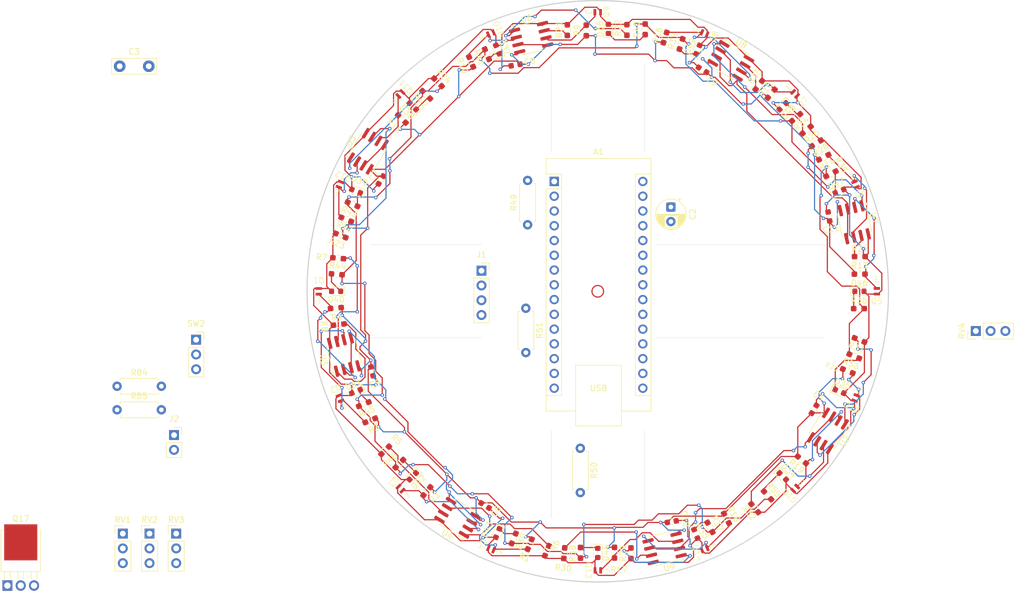
<source format=kicad_pcb>
(kicad_pcb (version 20241229) (generator "pcbnew") (generator_version "9.0")
  (layers (0 "F.Cu" signal) (2 "B.Cu" signal) (13 "F.Paste" user) (15 "B.Paste" user) (5 "F.SilkS" user "F.Silkscreen") (7 "B.SilkS" user "B.Silkscreen") (1 "F.Mask" user) (3 "B.Mask" user) (25 "Edge.Cuts" user))
  (net 0 "")
  (net 4 "VCC")
  (net 5 "Net-(A1-D0{slash}RX)")
  (net 6 "Net-(A1-A3)")
  (net 7 "Net-(A1-D1{slash}TX)")
  (net 8 "Net-(A1-D9)")
  (net 10 "Net-(A1-D10)")
  (net 11 "Net-(A1-D8)")
  (net 12 "Net-(A1-D6)")
  (net 13 "Net-(A1-A1)")
  (net 15 "Net-(A1-D4)")
  (net 16 "Net-(A1-D12)")
  (net 17 "Net-(A1-D3)")
  (net 18 "Net-(A1-D11)")
  (net 19 "Net-(A1-D5)")
  (net 21 "Net-(A1-D7)")
  (net 22 "Net-(A1-A4)")
  (net 23 "GND")
  (net 24 "Net-(A1-D13)")
  (net 25 "Net-(A1-D2)")
  (net 26 "Net-(A1-A0)")
  (net 28 "Net-(A1-A2)")
  (net 30 "Net-(D34-K)")
  (net 31 "Net-(D36-K)")
  (net 32 "Net-(D39-K)")
  (net 33 "Net-(D40-K)")
  (net 34 "Net-(D35-K)")
  (net 35 "Net-(D37-K)")
  (net 36 "Net-(D38-K)")
  (net 37 "Net-(D41-K)")
  (net 38 "Net-(D42-K)")
  (net 39 "Net-(D43-K)")
  (net 40 "Net-(D44-K)")
  (net 41 "Net-(D45-K)")
  (net 42 "Net-(D46-K)")
  (net 43 "Net-(D47-K)")
  (net 44 "Net-(D48-K)")
  (net 45 "Net-(D49-K)")
  (net 46 "Net-(J1-Pin_1)")
  (net 47 "Net-(J2-Pin_1)")
  (net 48 "Net-(Q1-E)")
  (net 49 "Net-(Q2-E)")
  (net 50 "Net-(Q3-E)")
  (net 51 "Net-(Q4-E)")
  (net 52 "Net-(Q5-E)")
  (net 53 "Net-(Q6-E)")
  (net 54 "Net-(Q7-E)")
  (net 55 "Net-(Q8-E)")
  (net 56 "Net-(Q9-E)")
  (net 57 "Net-(Q10-E)")
  (net 58 "Net-(Q11-E)")
  (net 59 "Net-(Q12-E)")
  (net 60 "Net-(Q13-E)")
  (net 61 "Net-(Q14-E)")
  (net 62 "Net-(Q15-E)")
  (net 63 "Net-(Q16-E)")
  (net 64 "Net-(Q17-D)")
  (net 65 "Net-(Q17-G)")
  (net 66 "Net-(R50-Pad1)")
  (net 67 "Net-(U3A-+)")
  (net 68 "Net-(U5A-+)")
  (net 69 "Net-(U7A-+)")
  (net 70 "Net-(U2A-+)")
  (footprint "Connector_PinSocket_2.54mm:PinSocket_1x03_P2.54mm_Vertical" (layer "F.Cu") (at 80.917 108.331)
    (property "Reference" "SW2")
    (property "Value" "SW_DPST_x2")
  )
  (footprint "Resistor_SMD:R_0603_1608Metric_Pad0.98x0.95mm_HandSolder" (layer "F.Cu") (at 179.832456 66.007016 -130)
    (property "Reference" "R15")
    (property "Value" "R")
  )
  (footprint "NJL7502R:NJL7502R" (layer "F.Cu") (at 150 148 -90)
    (property "Reference" "Q13")
    (property "Value" "Q_Photo_NPN" (hide yes))
  )
  (footprint "LED_SMD:LED_0603_1608Metric" (layer "F.Cu") (at 181.819805 131.819805 -45)
    (property "Reference" "D34")
    (property "Value" "LED")
  )
  (footprint "LED_SMD:LED_0603_1608Metric" (layer "F.Cu") (at 166.857297 141.723273 -68)
    (property "Reference" "D45")
    (property "Value" "LED")
  )
  (footprint "Resistor_SMD:R_0603_1608Metric_Pad0.98x0.95mm_HandSolder" (layer "F.Cu") (at 161.575394 56.362733 -107.5)
    (property "Reference" "R16")
    (property "Value" "R")
  )
  (footprint "Resistor_SMD:R_0603_1608Metric_Pad0.98x0.95mm_HandSolder" (layer "F.Cu") (at 172.133346 139.061397 117.5)
    (property "Reference" "R18")
    (property "Value" "R")
  )
  (footprint "Resistor_SMD:R_0603_1608Metric_Pad0.98x0.95mm_HandSolder" (layer "F.Cu") (at 155.014 55.0525 -90)
    (property "Reference" "R22")
    (property "Value" "R")
  )
  (footprint "NJL7502R:NJL7502R" (layer "F.Cu") (at 194.346218 118.368805 -22.5)
    (property "Reference" "Q16")
    (property "Value" "Q_Photo_NPN" (hide yes))
  )
  (footprint "Capacitor_SMD:C_0603_1608Metric" (layer "F.Cu") (at 162.726774 139.622577 -170)
    (property "Reference" "C10")
    (property "Value" "C")
  )
  (footprint "Resistor_SMD:R_0603_1608Metric_Pad0.98x0.95mm_HandSolder" (layer "F.Cu") (at 128.2208 60.54196 -67.5)
    (property "Reference" "R10")
    (property "Value" "R")
  )
  (footprint "Resistor_SMD:R_0603_1608Metric_Pad0.98x0.95mm_HandSolder" (layer "F.Cu") (at 135.538606 142.520267 -112.5)
    (property "Reference" "R39")
    (property "Value" "R")
  )
  (footprint "Resistor_SMD:R_0603_1608Metric_Pad0.98x0.95mm_HandSolder" (layer "F.Cu") (at 144.76 55.0815 -90)
    (property "Reference" "R21")
    (property "Value" "R")
  )
  (footprint "Resistor_THT:R_Axial_DIN0207_L6.3mm_D2.5mm_P7.62mm_Horizontal" (layer "F.Cu") (at 67.321 116.332)
    (property "Reference" "R84")
    (property "Value" "R")
  )
  (footprint "NJL7502R:NJL7502R" (layer "F.Cu") (at 168.369805 144.346218 -67.5)
    (property "Reference" "Q14")
    (property "Value" "Q_Photo_NPN" (hide yes))
  )
  (footprint "NJL7502R:NJL7502R" (layer "F.Cu") (at 105.653782 118.368805 -157.5)
    (property "Reference" "Q2")
    (property "Value" "Q_Photo_NPN" (hide yes))
  )
  (footprint "Resistor_SMD:R_0603_1608Metric_Pad0.98x0.95mm_HandSolder" (layer "F.Cu") (at 195.0745 94.034 180)
    (property "Reference" "R27")
    (property "Value" "R")
  )
  (footprint "Resistor_SMD:R_0603_1608Metric_Pad0.98x0.95mm_HandSolder" (layer "F.Cu") (at 105.109028 97.079529 -5)
    (property "Reference" "R44")
    (property "Value" "R")
  )
  (footprint "Capacitor_THT:CP_Radial_D5.0mm_P2.50mm" (layer "F.Cu") (at 162.576 85.51 -90)
    (property "Reference" "C2")
    (property "Value" "C")
  )
  (footprint "NJL7502R:NJL7502R" (layer "F.Cu") (at 131.631195 55.653782 112.5)
    (property "Reference" "Q10")
    (property "Value" "Q_Photo_NPN" (hide yes))
  )
  (footprint "NJL7502R:NJL7502R" (layer "F.Cu") (at 183.941125 133.941125 -45)
    (property "Reference" "Q15")
    (property "Value" "Q_Photo_NPN" (hide yes))
  )
  (footprint "Connector_PinHeader_2.54mm:PinHeader_1x03_P2.54mm_Vertical" (layer "F.Cu") (at 215.024 106.829 90)
    (property "Reference" "RV4")
    (property "Value" "R_Potentiometer_Trim")
  )
  (footprint "Package_SO:SOIC-8_3.9x4.9mm_P1.27mm" (layer "F.Cu") (at 172.897363 60.358184 -31)
    (property "Reference" "U8")
    (property "Value" "LM393")
  )
  (footprint "LED_SMD:LED_0603_1608Metric" (layer "F.Cu") (at 151.827 54.8675 90)
    (property "Reference" "D36")
    (property "Value" "LED")
  )
  (footprint "Connector_PinSocket_2.54mm:PinSocket_1x02_P2.54mm_Vertical" (layer "F.Cu") (at 77.121 124.732)
    (property "Reference" "J2")
    (property "Value" "Conn_01x02_Socket")
  )
  (footprint "LED_SMD:LED_0603_1608Metric" (layer "F.Cu") (at 108.425421 117.220754 -157.5)
    (property "Reference" "D41")
    (property "Value" "LED")
  )
  (footprint "Resistor_SMD:R_0603_1608Metric_Pad0.98x0.95mm_HandSolder" (layer "F.Cu") (at 110.87196 122.203199 22.5)
    (property "Reference" "R3")
    (property "Value" "R")
  )
  (footprint "Resistor_SMD:R_0603_1608Metric_Pad0.98x0.95mm_HandSolder" (layer "F.Cu") (at 177.704766 64.539516 -128)
    (property "Reference" "R25")
    (property "Value" "R")
  )
  (footprint "Connector_PinSocket_2.54mm:PinSocket_1x04_P2.54mm_Vertical" (layer "F.Cu") (at 130 96.46)
    (property "Reference" "J1")
    (property "Value" "Conn_01x04_Socket")
  )
  (footprint "LED_SMD:LED_0603_1608Metric" (layer "F.Cu") (at 150 145 -90)
    (property "Reference" "D44")
    (property "Value" "LED")
  )
  (footprint "Resistor_SMD:R_0603_1608Metric_Pad0.98x0.95mm_HandSolder" (layer "F.Cu") (at 194.928 102.981)
    (property "Reference" "R36")
    (property "Value" "R")
  )
  (footprint "Module:Arduino_Nano" (layer "F.Cu") (at 142.51 81.109)
    (property "Reference" "A1")
    (property "Value" "Arduino_Nano_v2.x")
  )
  (footprint "LED_SMD:LED_0603_1608Metric" (layer "F.Cu") (at 167.220754 58.425421 67.5)
    (property "Reference" "D49")
    (property "Value" "LED")
  )
  (footprint "Package_SO:SOIC-8_3.9x4.9mm_P1.27mm" (layer "F.Cu") (at 138.540329 56.381587 13.5)
    (property "Reference" "U6")
    (property "Value" "LM393")
  )
  (footprint "Resistor_SMD:R_0603_1608Metric_Pad0.98x0.95mm_HandSolder" (layer "F.Cu") (at 155.71 145.0525 90)
    (property "Reference" "R29")
    (property "Value" "R")
  )
  (footprint "Resistor_SMD:R_0603_1608Metric_Pad0.98x0.95mm_HandSolder" (layer "F.Cu") (at 113.427765 127.353235 45)
    (property "Reference" "R5")
    (property "Value" "R")
  )
  (footprint "LED_SMD:LED_0603_1608Metric" (layer "F.Cu") (at 191.574579 82.779246 22.5)
    (property "Reference" "D47")
    (property "Value" "LED")
  )
  (footprint "Resistor_SMD:R_0603_1608Metric_Pad0.98x0.95mm_HandSolder" (layer "F.Cu") (at 106.74296 87.644801 -22.5)
    (property "Reference" "R12")
    (property "Value" "R")
  )
  (footprint "Package_SO:SOIC-8_3.9x4.9mm_P1.27mm" (layer "F.Cu") (at 161.5 144.2 -166.5)
    (property "Reference" "U9")
    (property "Value" "LM393")
  )
  (footprint "Connector_PinHeader_2.54mm:PinHeader_1x03_P2.54mm_Vertical" (layer "F.Cu") (at 77.491 141.681)
    (property "Reference" "RV3")
    (property "Value" "R_Potentiometer_Trim")
  )
  (footprint "Capacitor_SMD:C_0603_1608Metric" (layer "F.Cu") (at 135.866774 61.085577 10)
    (property "Reference" "C8")
    (property "Value" "C")
  )
  (footprint "Resistor_THT:R_Axial_DIN0207_L6.3mm_D2.5mm_P7.62mm_Horizontal" (layer "F.Cu") (at 137.629 102.92 -90)
    (property "Reference" "R51")
    (property "Value" "R")
  )
  (footprint "Capacitor_SMD:C_0603_1608Metric" (layer "F.Cu") (at 130.619204 136.848063 148.5)
    (property "Reference" "C6")
    (property "Value" "C")
  )
  (footprint "Resistor_SMD:R_0603_1608Metric_Pad0.98x0.95mm_HandSolder" (layer "F.Cu") (at 105.346972 94.31247 -5)
    (property "Reference" "R7")
    (property "Value" "R")
  )
  (footprint "LED_SMD:LED_0603_1608Metric" (layer "F.Cu") (at 195 100)
    (property "Reference" "D46")
    (property "Value" "LED")
  )
  (footprint "Resistor_SMD:R_0603_1608Metric_Pad0.98x0.95mm_HandSolder" (layer "F.Cu") (at 185.914984 72.260544 -140)
    (property "Reference" "R26")
    (property "Value" "R")
  )
  (footprint "Package_SO:SOIC-8_3.9x4.9mm_P1.27mm" (layer "F.Cu") (at 110.448243 75.914925 58.5)
    (property "Reference" "U5")
    (property "Value" "LM393")
  )
  (footprint "Resistor_SMD:R_0603_1608Metric_Pad0.98x0.95mm_HandSolder" (layer "F.Cu") (at 115.872765 129.646235 -135)
    (property "Reference" "R46")
    (property "Value" "R")
  )
  (footprint "NJL7502R:NJL7502R" (layer "F.Cu") (at 150 52 90)
    (property "Reference" "Q9")
    (property "Value" "Q_Photo_NPN" (hide yes))
  )
  (footprint "Resistor_SMD:R_0603_1608Metric_Pad0.98x0.95mm_HandSolder" (layer "F.Cu") (at 194.116 111.175 157.5)
    (property "Reference" "R56")
    (property "Value" "R")
  )
  (footprint "Connector_PinHeader_2.54mm:PinHeader_1x03_P2.54mm_Vertical" (layer "F.Cu") (at 68.311 141.681)
    (property "Reference" "RV1")
    (property "Value" "R_Potentiometer_Trim")
  )
  (footprint "Resistor_SMD:R_0603_1608Metric_Pad0.98x0.95mm_HandSolder" (layer "F.Cu") (at 105.448302 105.726206 7)
    (property "Reference" "R8")
    (property "Value" "R")
  )
  (footprint "Resistor_SMD:R_0603_1608Metric_Pad0.98x0.95mm_HandSolder" (layer "F.Cu") (at 147.032 144.9815 -90)
    (property "Reference" "R38")
    (property "Value" "R")
  )
  (footprint "Resistor_SMD:R_0603_1608Metric_Pad0.98x0.95mm_HandSolder" (layer "F.Cu") (at 152.876 144.9565 90)
    (property "Reference" "R17")
    (property "Value" "R")
  )
  (footprint "Resistor_SMD:R_0603_1608Metric_Pad0.98x0.95mm_HandSolder" (layer "F.Cu") (at 138.302801 143.51204 67.5)
    (property "Reference" "R1")
    (property "Value" "R")
  )
  (footprint "Connector_PinHeader_2.54mm:PinHeader_1x03_P2.54mm_Vertical" (layer "F.Cu") (at 72.901 141.681)
    (property "Reference" "RV2")
    (property "Value" "R_Potentiometer_Trim")
  )
  (footprint "Capacitor_THT:C_Disc_D7.5mm_W2.5mm_P5.00mm" (layer "F.Cu") (at 67.771 61.293)
    (property "Reference" "C3")
    (property "Value" "C")
  )
  (footprint "NJL7502R:NJL7502R" (layer "F.Cu") (at 168.368805 55.653782 67.5)
    (property "Reference" "Q8")
    (property "Value" "Q_Photo_NPN" (hide yes))
  )
  (footprint "Resistor_SMD:R_0603_1608Metric_Pad0.98x0.95mm_HandSolder" (layer "F.Cu") (at 120.605 134.395 50)
    (property "Reference" "R2")
    (property "Value" "R")
  )
  (footprint "Resistor_THT:R_Axial_DIN0207_L6.3mm_D2.5mm_P7.62mm_Horizontal" (layer "F.Cu") (at 147 127 -90)
    (property "Reference" "R50")
    (property "Value" "R")
  )
  (footprint "Capacitor_SMD:C_0603_1608Metric" (layer "F.Cu") (at 111.163511 113.769021 104)
    (property "Reference" "C5")
    (property "Value" "C")
  )
  (footprint "Resistor_SMD:R_0603_1608Metric_Pad0.98x0.95mm_HandSolder" (layer "F.Cu") (at 158.15 54.9415 90)
    (property "Reference" "R40")
    (property "Value" "R")
  )
  (footprint "NJL7502R:NJL7502R" (layer "F.Cu") (at 102 100 180)
    (property "Reference" "Q1")
    (property "Value" "Q_Photo_NPN" (hide yes))
  )
  (footprint "Resistor_SMD:R_0603_1608Metric_Pad0.98x0.95mm_HandSolder" (layer "F.Cu") (at 179.2 135.1 -48)
    (property "Reference" "R55")
    (property "Value" "R")
  )
  (footprint "Resistor_SMD:R_0603_1608Metric_Pad0.98x0.95mm_HandSolder" (layer "F.Cu") (at 120.5 66.2 135)
    (property "Reference" "R42")
    (property "Value" "R")
  )
  (footprint "NJL7502R:NJL7502R" (layer "F.Cu") (at 198 100)
    (property "Reference" "Q5")
    (property "Value" "Q_Photo_NPN" (hide yes))
  )
  (footprint "LED_SMD:LED_0603_1608Metric" (layer "F.Cu") (at 108.425421 82.779246 157.5)
    (property "Reference" "D39")
    (property "Value" "LED")
  )
  (footprint "NJL7502R:NJL7502R" (layer "F.Cu") (at 105.653782 81.631195 157.5)
    (property "Reference" "Q12")
    (property "Value" "Q_Photo_NPN" (hide yes))
  )
  (footprint "Resistor_THT:R_Axial_DIN0207_L6.3mm_D2.5mm_P7.62mm_Horizontal" (layer "F.Cu") (at 137.931 88.558 90)
    (property "Reference" "R49")
    (property "Value" "R")
  )
  (footprint "Resistor_THT:R_Axial_DIN0207_L6.3mm_D2.5mm_P7.62mm_Horizontal" (layer "F.Cu") (at 67.321 120.382)
    (property "Reference" "R85")
    (property "Value" "R")
  )
  (footprint "Resistor_SMD:R_0603_1608Metric_Pad0.98x0.95mm_HandSolder" (layer "F.Cu") (at 105.77896 90.403801 -22.5)
    (property "Reference" "R23")
    (property "Value" "R")
  )
  (footprint "Resistor_SMD:R_0603_1608Metric_Pad0.98x0.95mm_HandSolder" (layer "F.Cu") (at 188.857397 76.944654 -152.5)
    (property "Reference" "R14")
    (property "Value" "R")
  )
  (footprint "Package_SO:SOIC-8_3.9x4.9mm_P1.27mm" (layer "F.Cu") (at 189.582537 124.014925 -121.5)
    (property "Reference" "U2")
    (property "Value" "LM393")
  )
  (footprint "Resistor_SMD:R_0603_1608Metric_Pad0.98x0.95mm_HandSolder" (layer "F.Cu") (at 104.951972 102.88253 5)
    (property "Reference" "R4")
    (property "Value" "R")
  )
  (footprint "Resistor_SMD:R_0603_1608Metric_Pad0.98x0.95mm_HandSolder" (layer "F.Cu") (at 144.23947 145.043028 85)
    (property "Reference" "R30")
    (property "Value" "R")
  )
  (footprint "Resistor_SMD:R_0603_1608Metric_Pad0.98x0.95mm_HandSolder" (layer "F.Cu") (at 164.325606 57.470267 72.5)
    (property "Reference" "R33")
    (property "Value" "R")
  )
  (footprint "NJL7502R:NJL7502R" (layer "F.Cu") (at 194.346218 81.631195 22.5)
    (property "Reference" "Q6")
    (property "Value" "Q_Photo_NPN" (hide yes))
  )
  (footprint "LED_SMD:LED_0603_1608Metric" (layer "F.Cu") (at 191.574579 117.220754 -22.5)
    (property "Reference" "D35")
    (property "Value" "LED")
  )
  (footprint "NJL7502R:NJL7502R" (layer "F.Cu") (at 116.058875 133.941125 -135)
    (property "Reference" "Q3")
    (property "Value" "Q_Photo_NPN" (hide yes))
  )
  (footprint "Package_SO:SOIC-8_3.9x4.9mm_P1.27mm" (layer "F.Cu") (at 194.126532 88.123015 -77.5)
    (property "Reference" "U7")
    (property "Value" "LM393")
  )
  (footprint "Capacitor_SMD:C_0603_1608Metric" (layer "F.Cu") (at 187.201839 120.293685 -121.5)
    (property "Reference" "C4")
    (property "Value" "C")
  )
  (footprint "Resistor_SMD:R_0603_1608Metric_Pad0.98x0.95mm_HandSolder" (layer "F.Cu") (at 116.302765 70.346765 -45)
    (property "Reference" "R11")
    (property "Value" "R")
  )
  (footprint "Capacitor_SMD:C_0603_1608Metric" (layer "F.Cu") (at 189.752578 87.132226 -80)
    (property "Reference" "C11")
    (property "Value" "C")
  )
  (footprint "Resistor_SMD:R_0603_1608Metric_Pad0.98x0.95mm_HandSolder" (layer "F.Cu") (at 192.994 113.722 157.5)
    (property "Reference" "R20")
    (property "Value" "R")
  )
  (footprint "Resistor_SMD:R_0603_1608Metric_Pad0.98x0.95mm_HandSolder" (layer "F.Cu") (at 130.933801 59.22396 112.5)
    (property "Reference" "R41")
    (property "Value" "R")
  )
  (footprint "Resistor_SMD:R_0603_1608Metric_Pad0.98x0.95mm_HandSolder" (layer "F.Cu") (at 185.1 129 140)
    (property "Reference" "R19")
    (property "Value" "R")
  )
  (footprint "NJL7502R:NJL7502R" (layer "F.Cu") (at 183.941125 66.058875 45)
    (property "Reference" "Q7")
    (property "Value" "Q_Photo_NPN" (hide yes))
  )
  (footprint "Resistor_SMD:R_0603_1608Metric_Pad0.98x0.95mm_HandSolder" (layer "F.Cu") (at 184.099016 70.113456 -140)
    (property "Reference" "R34")
    (property "Value" "R")
  )
  (footprint "Resistor_SMD:R_0603_1608Metric_Pad0.98x0.95mm_HandSolder" (layer "F.Cu") (at 190.1 79.8 -152.5)
    (property "Reference" "R35")
    (property "Value" "R")
  )
  (footprint "Resistor_SMD:R_0603_1608Metric_Pad0.98x0.95mm_HandSolder" (layer "F.Cu") (at 109.75896 119.412198 -157.5)
    (property "Reference" "R45")
    (property "Value" "R")
  )
  (footprint "LED_SMD:LED_0603_1608Metric" (layer "F.Cu") (at 132.779246 141.574579 -112.5)
    (property "Reference" "D43")
    (property "Value" "LED")
  )
  (footprint "LED_SMD:LED_0603_1608Metric" (layer "F.Cu") (at 181.819805 68.180195 -135)
    (property "Reference" "D48")
    (property "Value" "LED")
  )
  (footprint "Resistor_SMD:R_0603_1608Metric_Pad0.98x0.95mm_HandSolder" (layer "F.Cu") (at 187.598 74.541 -148)
    (property "Reference" "R28")
    (property "Value" "R")
  )
  (footprint "Resistor_SMD:R_0603_1608Metric_Pad0.98x0.95mm_HandSolder" (layer "F.Cu") (at 141.253199 144.63696 67.5)
    (property "Reference" "R6")
    (property "Value" "R")
  )
  (footprint "Package_SO:SOIC-8_3.9x4.9mm_P1.27mm" (layer "F.Cu") (at 106.336692 110.886485 104)
    (property "Reference" "U3")
    (property "Value" "LM393")
  )
  (footprint "Resistor_SMD:R_0603_1608Metric_Pad0.98x0.95mm_HandSolder" (layer "F.Cu") (at 148.017 55.1335 -90)
    (property "Reference" "R9")
    (property "Value" "R")
  )
  (footprint "Capacitor_SMD:C_0603_1608Metric" (layer "F.Cu") (at 112.710063 80.850796 58.5)
    (property "Reference" "C7")
    (property "Value" "C")
  )
  (footprint "Resistor_SMD:R_0603_1608Metric_Pad0.98x0.95mm_HandSolder" (layer "F.Cu") (at 169.3 140.6 -62.5)
    (property "Reference" "R37")
    (property "Value" "R")
  )
  (footprint "LED_SMD:LED_0603_1608Metric" (layer "F.Cu") (at 105 100 180)
    (property "Reference" "D40")
    (property "Value" "LED")
  )
  (footprint "Package_SO:SOIC-8_3.9x4.9mm_P1.27mm" (layer "F.Cu") (at 125.873925 138.960463 148.5)
    (property "Reference" "U4")
    (property "Value" "LM393")
  )
  (footprint "Package_TO_SOT_THT:TO-251-3-1EP_Horizontal_TabDown" (layer "F.Cu") (at 48.461 150.611)
    (property "Reference" "Q17")
    (property "Value" "NMOS")
  )
  (footprint "Resistor_SMD:R_0603_1608Metric_Pad0.98x0.95mm_HandSolder" (layer "F.Cu") (at 195.046 97.048 180)
    (property "Reference" "R13")
    (property "Value" "R")
  )
  (footprint "LED_SMD:LED_0603_1608Metric" (layer "F.Cu") (at 118.180195 131.819805 -135)
    (property "Reference" "D42")
    (property "Value" "LED")
  )
  (footprint "LED_SMD:LED_0603_1608Metric" (layer "F.Cu") (at 118.180195 68.180195 135)
    (property "Reference" "D38")
    (property "Value" "LED")
  )
  (footprint "LED_SMD:LED_0603_1608Metric" (layer "F.Cu") (at 132.779246 58.425421 112.5)
    (property "Reference" "D37")
    (property "Value" "LED")
  )
  (footprint "Resistor_SMD:R_0603_1608Metric_Pad0.98x0.95mm_HandSolder" (layer "F.Cu") (at 122.498765 64.056765 -45)
    (property "Reference" "R24")
    (property "Value" "R")
  )
  (footprint "NJL7502R:NJL7502R" (layer "F.Cu") (at 116.058875 66.058875 135)
    (property "Reference" "Q11")
    (property "Value" "Q_Photo_NPN" (hide yes))
  )
  (footprint "Capacitor_SMD:C_0603_1608Metric" (layer "F.Cu") (at 168.024305 61.913155 -31)
    (property "Reference" "C9")
    (property "Value" "C")
  )
  (footprint "NJL7502R:NJL7502R" (layer "F.Cu") (at 131.632195 144.346218 -112.5)
    (property "Reference" "Q4")
    (property "Value" "Q_Photo_NPN" (hide yes))
  )
  (footprint "Resistor_SMD:R_0603_1608Metric_Pad0.98x0.95mm_HandSolder" (layer "F.Cu") (at 195.018887 108.378732 157.5)
    (property "Reference" "R31")
    (property "Value" "R")
  )
  (footprint "Resistor_SMD:R_0603_1608Metric_Pad0.98x0.95mm_HandSolder" (layer "F.Cu") (at 107.82396 85.028801 157.5)
    (property "Reference" "R43")
    (property "Value" "R")
  )
  (footprint "Resistor_SMD:R_0603_1608Metric_Pad0.98x0.95mm_HandSolder" (layer "F.Cu") (at 177 137.3 130)
    (property "Reference" "R32")
    (property "Value" "R")
  )
  (gr_circle (center 150 100) (end 151 100) (stroke (width 0.2)) (fill no) (layer "F.Cu") (net 26))
  (gr_line (start 158 61) (end 158 76) (stroke (width 0.05)) (layer "Edge.Cuts"))
  (gr_circle (center 150 100) (end 200 100) (stroke (width 0.2)) (fill no) (layer "Edge.Cuts"))
  (gr_line (start 142 61) (end 142 76) (stroke (width 0.05)) (layer "Edge.Cuts"))
  (gr_line (start 142 124) (end 142 139) (stroke (width 0.05)) (layer "Edge.Cuts"))
  (gr_line (start 160 92) (end 189 92) (stroke (width 0.05)) (layer "Edge.Cuts"))
  (gr_line (start 160 108) (end 189 108) (stroke (width 0.05)) (layer "Edge.Cuts"))
  (gr_rect (start 111 92) (end 130 92) (stroke (width 0.05)) (fill no) (layer "Edge.Cuts"))
  (gr_rect (start 111 108) (end 130 108) (stroke (width 0.05)) (fill no) (layer "Edge.Cuts"))
  (gr_line (start 158 124) (end 158 139) (stroke (width 0.05)) (layer "Edge.Cuts"))
  (segment (start 189.913633 127.120569) (end 189.558185 127.476017) (width 0.2) (layer "F.Cu") (net 4))
  (segment (start 198 100.4795) (end 198.198744 100.4795) (width 0.2) (layer "F.Cu") (net 4))
  (segment (start 178.266557 63.820456) (end 182.906202 63.820456) (width 0.2) (layer "F.Cu") (net 4))
  (segment (start 196.629 100.8415) (end 196.629 107.960858) (width 0.2) (layer "F.Cu") (net 4))
  (segment (start 115.719817 133.602067) (end 116.945232 132.376652) (width 0.2) (layer "F.Cu") (net 4))
  (segment (start 117.623348 67.623348) (end 117.623348 66.671074) (width 0.2) (layer "F.Cu") (net 4))
  (segment (start 155.71 145.965) (end 152.812 148.863) (width 0.2) (layer "F.Cu") (net 4))
  (segment (start 167.240254 54.582254) (end 168.273074 54.582254) (width 0.2) (layer "F.Cu") (net 4))
  (segment (start 150 145.7875) (end 149.105 146.6825) (width 0.2) (layer "F.Cu") (net 4))
  (segment (start 117.623348 66.945232) (end 117.623348 67.623348) (width 0.2) (layer "F.Cu") (net 4))
  (segment (start 104.437944 90.552578) (end 104.93592 90.054602) (width 0.2) (layer "F.Cu") (net 4))
  (segment (start 101.143 102.437808) (end 101.143 99.651) (width 0.2) (layer "F.Cu") (net 4))
  (segment (start 163.562 139.416) (end 163.49 139.488) (width 0.2) (layer "F.Cu") (net 4))
  (segment (start 106.408178 81.188195) (end 107.697866 82.477883) (width 0.2) (layer "F.Cu") (net 4))
  (segment (start 192.302134 82.477883) (end 192.342883 82.477883) (width 0.2) (layer "F.Cu") (net 4))
  (segment (start 167.926805 144.529715) (end 167.926805 143.227935) (width 0.2) (layer "F.Cu") (net 4))
  (segment (start 104.96379 120.17973) (end 104.96379 118.4323) (width 0.2) (layer "F.Cu") (net 4))
  (segment (start 110.117147 72.809281) (end 114.874298 68.05213) (width 0.2) (layer "F.Cu") (net 4))
  (segment (start 116.197604 132.376652) (end 112.78253 128.961578) (width 0.2) (layer "F.Cu") (net 4))
  (segment (start 167.926805 143.227935) (end 167.1523 142.45343) (width 0.2) (layer "F.Cu") (net 4))
  (segment (start 115.33497 65.579284) (end 116.2574 65.579284) (width 0.2) (layer "F.Cu") (net 4))
  (segment (start 107.697866 80.368866) (end 107.662 80.333) (width 0.2) (layer "F.Cu") (net 4))
  (segment (start 167.1523 142.45343) (end 167.1523 142.4677) (width 0.2) (layer "F.Cu") (net 4))
  (segment (start 103.889522 113.973649) (end 103.889522 108.945864) (width 0.2) (layer "F.Cu") (net 4))
  (segment (start 155.9135 53.2405) (end 165.8985 53.2405) (width 0.2) (layer "F.Cu") (net 4))
  (segment (start 140.904 145.48) (end 131.79018 145.48) (width 0.2) (layer "F.Cu") (net 4))
  (segment (start 111.84 116.073) (end 111.84 115.01) (width 0.2) (layer "F.Cu") (net 4))
  (segment (start 114.874298 66.039956) (end 115.33497 65.579284) (width 0.2) (layer "F.Cu") (net 4))
  (segment (start 195.684 92.687) (end 195.684 93.731) (width 0.2) (layer "F.Cu") (net 4))
  (segment (start 187.606776 118.672224) (end 188.6625 117.6165) (width 0.2) (layer "F.Cu") (net 4))
  (segment (start 189.331 86.082) (end 189.618 86.369) (width 0.2) (layer "F.Cu") (net 4))
  (segment (start 156.375142 146.630142) (end 155.71 145.965) (width 0.2) (layer "F.Cu") (net 4))
  (segment (start 169.195182 145.03621) (end 168.4333 145.03621) (width 0.2) (layer "F.Cu") (net 4))
  (segment (start 184.384 67.544) (end 186.614 69.774) (width 0.2) (layer "F.Cu") (net 4))
  (segment (start 126.365661 142.888939) (end 122.768281 139.291559) (width 0.2) (layer "F.Cu") (net 4))
  (segment (start 121.85353 63.41153) (end 130.30127 54.96379) (width 0.2) (layer "F.Cu") (net 4))
  (segment (start 150.4795 51.801256) (end 150.4795 52) (width 0.2) (layer "F.Cu") (net 4))
  (segment (start 105.837279 81.188195) (end 106.408178 81.188195) (width 0.2) (layer "F.Cu") (net 4))
  (segment (start 110.117147 73.024853) (end 110.117147 72.809281) (width 0.2) (layer "F.Cu") (net 4))
  (segment (start 105.470285 117.925805) (end 107.294178 117.925805) (width 0.2) (layer "F.Cu") (net 4))
  (segment (start 192.342883 82.477883) (end 193.317 83.452) (width 0.2) (layer "F.Cu") (net 4))
  (segment (start 186.614 71.674) (end 186.614 72.299605) (width 0.2) (layer "F.Cu") (net 4))
  (segment (start 195.7875 100) (end 196.267 100.4795) (width 0.2) (layer "F.Cu") (net 4))
  (segment (start 189.558185 129.527561) (end 184.292746 134.793) (width 0.2) (layer "F.Cu") (net 4))
  (segment (start 150.4795 52.7325) (end 151.827 54.08) (width 0.2) (layer "F.Cu") (net 4))
  (segment (start 184.420716 66.2574) (end 184.280183 66.397933) (width 0.2) (layer "F.Cu") (net 4))
  (segment (start 166.516999 60.671) (end 167.359999 61.514) (width 0.2) (layer "F.Cu") (net 4))
  (segment (start 187.606776 119.632888) (end 187.606776 118.672224) (width 0.2) (layer "F.Cu") (net 4))
  (segment (start 135.414765 53.951445) (end 140.502231 53.951445) (width 0.2) (layer "F.Cu") (net 4))
  (segment (start 182.376652 133.054768) (end 182.376652 132.376652) (width 0.2) (layer "F.Cu") (net 4))
  (segment (start 117.623348 66.671074) (end 120.882892 63.41153) (width 0.2) (layer "F.Cu") (net 4))
  (segment (start 188.93757 74.057449) (end 195.292 80.411879) (width 0.2) (layer "F.Cu") (net 4))
  (segment (start 168.811805 55.837279) (end 168.811805 56.408178) (width 0.2) (layer "F.Cu") (net 4))
  (segment (start 195.292 82.343) (end 194.79852 82.343) (width 0.2) (layer "F.Cu") (net 4))
  (segment (start 107.697866 82.477883) (end 107.697866 80.368866) (width 0.2) (layer "F.Cu") (net 4))
  (segment (start 168.304866 57.697866) (end 168.593 57.986) (width 0.2) (layer "F.Cu") (net 4))
  (segment (start 144.542445 53.951445) (end 144.76 54.169) (width 0.2) (layer "F.Cu") (net 4))
  (segment (start 104.562804 81.746376) (end 105.120985 81.188195) (width 0.2) (layer "F.Cu") (net 4))
  (segment (start 106.519767 76.622233) (end 110.117147 73.024853) (width 0.2) (layer "F.Cu") (net 4))
  (segment (start 103.889522 108.945864) (end 103.889522 106.490494) (width 0.2) (layer "F.Cu") (net 4))
  (segment (start 198.851 99.827244) (end 198.851 96.898) (width 0.2) (layer "F.Cu") (net 4))
  (segment (start 144.15994 145.952056) (end 141.376056 145.952056) (width 0.2) (layer "F.Cu") (net 4))
  (segment (start 194.529715 82.074195) (end 192.705822 82.074195) (width 0.2) (layer "F.Cu") (net 4))
  (segment (start 144.76 54.169) (end 147.78 51.149) (width 0.2) (layer "F.Cu") (net 4))
  (segment (start 133.062 139.035) (end 131.28 137.253) (width 0.2) (layer "F.Cu") (net 4))
  (segment (start 186.614 72.299605) (end 188.371844 74.057449) (width 0.2) (layer "F.Cu") (net 4))
  (segment (start 149.5205 148) (end 149.5205 146.267) (width 0.2) (layer "F.Cu") (net 4))
  (segment (start 104.96379 118.4323) (end 105.470285 117.925805) (width 0.2) (layer "F.Cu") (net 4))
  (segment (start 115.579284 134.66503) (end 115.579284 133.7426) (width 0.2) (layer "F.Cu") (net 4))
  (segment (start 107.58 115.977) (end 105.892873 115.977) (width 0.2) (layer "F.Cu") (net 4))
  (segment (start 130.277 142.364) (end 129.752061 142.888939) (width 0.2) (layer "F.Cu") (net 4))
  (segment (start 132.074195 55.470285) (end 132.074195 55.576195) (width 0.2) (layer "F.Cu") (net 4))
  (segment (start 152.812 148.863) (end 150.128 148.863) (width 0.2) (layer "F.Cu") (net 4))
  (segment (start 104.2125 100) (end 103.390617 99.178117) (width 0.2) (layer "F.Cu") (net 4))
  (segment (start 140.502231 54.232769) (end 140.446 54.289) (width 0.2) (layer "F.Cu") (net 4))
  (segment (start 184.114884 134.793) (end 183.602067 134.280183) (width 0.2) (layer "F.Cu") (net 4))
  (segment (start 114.874298 68.05213) (end 114.874298 66.039956) (width 0.2) (layer "F.Cu") (net 4))
  (segment (start 133.51 57.497) (end 133.51 55.85621) (width 0.2) (layer "F.Cu") (net 4))
  (segment (start 132.477883 57.697866) (end 133.309134 57.697866) (width 0.2) (layer "F.Cu") (net 4))
  (segment (start 131.5677 54.96379) (end 132.074195 55.470285) (width 0.2) (layer "F.Cu") (net 4))
  (segment (start 194.162721 118.811805) (end 194.162721 120.018279) (width 0.2) (layer "F.Cu") (net 4))
  (segment (start 165.25 139.416) (end 163.562 139.416) (width 0.2) (layer "F.Cu") (net 4))
  (segment (start 184.280183 67.440183) (end 184.384 67.544) (width 0.2) (layer "F.Cu") (net 4))
  (segment (start 193.591822 118.811805) (end 194.162721 118.811805) (width 0.2) (layer "F.Cu") (net 4))
  (segment (start 101.323 99.471) (end 101.3725 99.5205) (width 0.2) (layer "F.Cu") (net 4))
  (segment (start 133.309134 57.697866) (end 133.51 57.497) (width 0.2) (layer "F.Cu") (net 4))
  (segment (start 195.7875 100) (end 196.629 100.8415) (width 0.2) (layer "F.Cu") (net 4))
  (segment (start 178.266557 62.266557) (end 178.266557 63.820456) (width 0.2) (layer "F.Cu") (net 4))
  (segment (start 105.892873 115.977) (end 103.889522 113.973649) (width 0.2) (layer "F.Cu") (net 4))
  (segment (start 104.562804 89.681486) (end 104.562804 81.746376) (width 0.2) (layer "F.Cu") (net 4))
  (segment (start 116.2574 65.579284) (end 116.397933 65.719817) (width 0.2) (layer "F.Cu") (net 4))
  (segment (start 130.30127 54.96379) (end 131.5677 54.96379) (width 0.2) (layer "F.Cu") (net 4))
  (segment (start 120.205813 139.291559) (end 115.579284 134.66503) (width 0.2) (layer "F.Cu") (net 4))
  (segment (start 133.626 139.035) (end 133.062 139.035) (width 0.2) (layer "F.Cu") (net 4))
  (segment (start 149.827244 51.149) (end 150.4795 51.801256) (width 0.2) (layer "F.Cu") (net 4))
  (segment (start 168.4333 145.03621) (end 167.926805 144.529715) (width 0.2) (layer "F.Cu") (net 4))
  (segment (start 147.78 51.149) (end 149.827244 51.149) (width 0.2) (layer "F.Cu") (net 4))
  (segment (start 183.602067 134.280183) (end 182.376652 133.054768) (width 0.2) (layer "F.Cu") (net 4))
  (segment (start 115.579284 133.7426) (end 115.719817 133.602067) (width 0.2) (layer "F.Cu") (net 4))
  (segment (start 111.84 115.01) (end 111.351 114.521) (width 0.2) (layer "F.Cu") (net 4))
  (segment (start 194.79852 82.343) (end 194.529715 82.074195) (width 0.2) (layer "F.Cu") (net 4))
  (segment (start 130.338866 142.302134) (end 130.277 142.364) (width 0.2) (layer "F.Cu") (net 4))
  (segment (start 195.292 80.411879) (end 195.292 82.343) (width 0.2) (layer "F.Cu") (net 4))
  (segment (start 193.511013 120.669987) (end 193.511013 123.076987) (width 0.2) (layer "F.Cu") (net 4))
  (segment (start 196.522064 90.12703) (end 196.522064 93.498936) (width 0.2) (layer "F.Cu") (net 4))
  (segment (start 151.827 54.08) (end 154.954 54.08) (width 0.2) (layer "F.Cu") (net 4))
  (segment (start 184.292746 134.793) (end 184.114884 134.793) (width 0.2) (layer "F.Cu") (net 4))
  (segment (start 103.733 99.5205) (end 104.2125 100) (width 0.2) (layer "F.Cu") (net 4))
  (segment (start 172.444821 56.444821) (end 176 60) (width 0.2) (layer "F.Cu") (net 4))
  (segment (start 188.371844 74.057449) (end 188.93757 74.057449) (width 0.2) (layer "F.Cu") (net 4))
  (segment (start 150.4795 52) (end 150.4795 52.7325) (width 0.2) (layer "F.Cu") (net 4))
  (segment (start 192.302134 117.522117) (end 193.591822 118.811805) (width 0.2) (layer "F.Cu") (net 4))
  (segment (start 196.629 107.960858) (end 195.861927 108.727931) (width 0.2) (layer "F.Cu") (net 4))
  (segment (start 101.143 99.651) (end 101.323 99.471) (width 0.2) (layer "F.Cu") (net 4))
  (segment (start 111.473 82.74) (end 111.473 82.343718) (width 0.2) (layer "F.Cu") (net 4))
  (segment (start 107.662 80.333) (end 106.519767 79.190767) (width 0.2) (layer "F.Cu") (net 4))
  (segment (start 104.437944 94.23294) (end 104.437944 90.552578) (width 0.2) (layer "F.Cu") (net 4))
  (segment (start 194.007 120.174) (end 193.511013 120.669987) (width 0.2) (layer "F.Cu") (net 4))
  (segment (start 149.5205 146.267) (end 150 145.7875) (width 0.2) (layer "F.Cu") (net 4))
  (segment (start 131.189195 144.162721) (end 131.189195 143.590822) (width 0.2) (layer "F.Cu") (net 4))
  (segment (start 144.890384 146.6825) (end 144.15994 145.952056) (width 0.2) (layer "F.Cu") (net 4))
  (segment (start 189.913633 127.120569) (end 189.913633 126.674367) (width 0.2) (layer "F.Cu") (net 4))
  (segment (start 159.538098 146.630142) (end 156.375142 146.630142) (width 0.2) (layer "F.Cu") (net 4))
  (segment (start 165.763 60.671) (end 166.516999 60.671) (width 0.2) (layer "F.Cu") (net 4))
  (segment (start 198.851 96.898) (end 195.987 94.034) (width 0.2) (layer "F.Cu") (net 4))
  (segment (start 107.697866 117.522117) (end 107.697866 116.094866) (width 0.2) (layer "F.Cu") (net 4))
  (segment (start 165.574801 146.630142) (end 166.47 145.734943) (width 0.2) (layer "F.Cu") (net 4))
  (segment (start 155.014 54.14) (end 155.9135 53.2405) (width 0.2) (layer "F.Cu") (net 4))
  (segment (start 132.477883 142.302134) (end 130.338866 142.302134) (width 0.2) (layer "F.Cu") (net 4))
  (segment (start 154.954 54.08) (end 155.014 54.14) (width 0.2) (layer "F.Cu") (net 4))
  (segment (start 159.538098 146.630142) (end 165.574801 146.630142) (width 0.2) (layer "F.Cu") (net 4))
  (segment (start 170.134179 56.444821) (end 172.444821 56.444821) (width 0.2) (layer "F.Cu") (net 4))
  (segment (start 194.162721 120.018279) (end 194.007 120.174) (width 0.2) (layer "F.Cu") (net 4))
  (segment (start 180.189 67.594) (end 180.189 67.663084) (width 0.2) (layer "F.Cu") (net 4))
  (segment (start 105.120985 81.188195) (end 105.837279 81.188195) (width 0.2) (layer "F.Cu") (net 4))
  (segment (start 176.232376 137.999016) (end 169.195182 145.03621) (width 0.2) (layer "F.Cu") (net 4))
  (segment (start 103.390617 99.178117) (end 103.390617 95.280267) (width 0.2) (layer "F.Cu") (net 4))
  (segment (start 168.593 57.986) (end 170.134179 56.444821) (width 0.2) (layer "F.Cu") (net 4))
  (segment (start 189.331 84.942) (end 189.331 86.082) (width 0.2) (layer "F.Cu") (net 4))
  (segment (start 192.705822 82.074195) (end 192.302134 82.477883) (width 0.2) (layer "F.Cu") (net 4))
  (segment (start 102 99.5205) (end 103.733 99.5205) (width 0.2) (layer "F.Cu") (net 4))
  (segment (start 189.913633 126.674367) (end 193.511013 123.076987) (width 0.2) (layer "F.Cu") (net 4))
  (segment (start 140.502231 53.951445) (end 140.502231 54.232769) (width 0.2) (layer "F.Cu") (net 4))
  (segment (start 165.8985 53.2405) (end 167.240254 54.582254) (width 0.2) (layer "F.Cu") (net 4))
  (segment (start 182.376652 132.376652) (end 182.376652 134.345523) (width 0.2) (layer "F.Cu") (net 4))
  (segment (start 131.79018 145.48) (end 131.189195 144.879015) (width 0.2) (layer "F.Cu") (net 4))
  (segment (start 177.586544 137.999016) (end 176.232376 137.999016) (width 0.2) (layer "F.Cu") (net 4))
  (segment (start 133.51 55.85621) (end 135.414765 53.951445) (width 0.2) (layer "F.Cu") (net 4))
  (segment (start 116.397933 65.719817) (end 117.623348 66.945232) (width 0.2) (layer "F.Cu") (net 4))
  (segment (start 182.376652 134.345523) (end 178.723159 137.999016) (width 0.2) (layer "F.Cu") (net 4))
  (segment (start 132.074195 55.576195) (end 132.477883 55.979883) (width 0.2) (layer "F.Cu") (net 4))
  (segment (start 112.78253 128.961578) (end 112.78253 127.99847) (width 0.2) (layer "F.Cu") (net 4))
  (segment (start 132.477883 55.979883) (end 132.477883 57.697866) (width 0.2) (layer "F.Cu") (net 4))
  (segment (start 129.752061 142.888939) (end 126.365661 142.888939) (width 0.2) (layer "F.Cu") (net 4))
  (segment (start 133.232 61.829) (end 133.840846 61.220154) (width 0.2) (layer "F.Cu") (net 4))
  (segment (start 150.128 148.863) (end 149.787 148.522) (width 0.2) (layer "F.Cu") (net 4))
  (segment (start 103.390617 95.280267) (end 104.437944 94.23294) (width 0.2) (layer "F.Cu") (net 4))
  (segment (start 107.294178 117.925805) (end 107.697866 117.522117) (width 0.2) (layer "F.Cu") (net 4))
  (segment (start 195.861927 113.962324) (end 195.861927 108.727931) (width 0.2) (layer "F.Cu") (net 4))
  (segment (start 103.889522 106.490494) (end 104.542604 105.837412) (width 0.2) (layer "F.Cu") (net 4))
  (segment (start 120.882892 63.41153) (end 121.85353 63.41153) (width 0.2) (layer "F.Cu") (net 4))
  (segment (start 140.502231 53.951445) (end 144.542445 53.951445) (width 0.2) (layer "F.Cu") (net 4))
  (segment (start 178.723159 137.999016) (end 177.586544 137.999016) (width 0.2) (layer "F.Cu") (net 4))
  (segment (start 198.198744 100.4795) (end 198.851 99.827244) (width 0.2) (layer "F.Cu") (net 4))
  (segment (start 111.473 82.343718) (end 112.305126 81.511592) (width 0.2) (layer "F.Cu") (net 4))
  (segment (start 149.787 148.2665) (end 149.5205 148) (width 0.2) (layer "F.Cu") (net 4))
  (segment (start 189.558185 127.476017) (end 189.558185 129.527561) (width 0.2) (layer "F.Cu") (net 4))
  (segment (start 192.302134 117.522117) (end 195.861927 113.962324) (width 0.2) (layer "F.Cu") (net 4))
  (segment (start 167.1523 142.4677) (end 165.872 143.748) (width 0.2) (layer "F.Cu") (net 4))
  (segment (start 184.420716 65.33497) (end 184.420716 66.2574) (width 0.2) (layer "F.Cu") (net 4))
  (segment (start 133.840846 61.220154) (end 135.103548 61.220154) (width 0.2) (layer "F.Cu") (net 4))
  (segment (start 149.105 146.6825) (end 144.890384 146.6825) (width 0.2) (layer "F.Cu") (net 4))
  (segment (start 184.280183 66.397933) (end 184.280183 67.440183) (width 0.2) (layer "F.Cu") (net 4))
  (segment (start 195.684 93.731) (end 195.987 94.034) (width 0.2) (layer "F.Cu") (net 4))
  (segment (start 112.78253 127.99847) (end 104.96379 120.17973) (width 0.2) (layer "F.Cu") (net 4))
  (segment (start 166.47 144.346) (end 165.872 143.748) (width 0.2) (layer "F.Cu") (net 4))
  (segment (start 180.189 67.663084) (end 181.262958 68.737042) (width 0.2) (layer "F.Cu") (net 4))
  (segment (start 168.811805 56.408178) (end 167.522117 57.697866) (width 0.2) (layer "F.Cu") (net 4))
  (segment (start 196.522064 93.498936) (end 195.987 94.034) (width 0.2) (layer "F.Cu") (net 4))
  (segment (start 104.542604 105.837412) (end 101.143 102.437808) (width 0.2) (layer "F.Cu") (net 4))
  (segment (start 116.945232 132.376652) (end 117.623348 132.376652) (width 0.2) (layer "F.Cu") (net 4))
  (segment (start 182.906202 63.820456) (end 184.420716 65.33497) (width 0.2) (layer "F.Cu") (net 4))
  (segment (start 168.273074 54.582254) (end 168.811805 55.120985) (width 0.2) (layer "F.Cu") (net 4))
  (segment (start 166.47 145.734943) (end 166.47 144.346) (width 0.2) (layer "F.Cu") (net 4))
  (segment (start 167.522117 57.697866) (end 168.304866 57.697866) (width 0.2) (layer "F.Cu") (net 4))
  (segment (start 149.787 148.522) (end 149.787 148.2665) (width 0.2) (layer "F.Cu") (net 4))
  (segment (start 196.267 100.4795) (end 198 100.4795) (width 0.2) (layer "F.Cu") (net 4))
  (segment (start 184.280183 66.397933) (end 184.13965 66.538466) (width 0.2) (layer "F.Cu") (net 4))
  (segment (start 107.697866 116.094866) (end 107.58 115.977) (width 0.2) (layer "F.Cu") (net 4))
  (segment (start 106.519767 79.190767) (end 106.519767 76.622233) (width 0.2) (layer "F.Cu") (net 4))
  (segment (start 104.93592 90.054602) (end 104.562804 89.681486) (width 0.2) (layer "F.Cu") (net 4))
  (segment (start 122.768281 139.291559) (end 120.205813 139.291559) (width 0.2) (layer "F.Cu") (net 4))
  (segment (start 117.623348 132.376652) (end 116.197604 132.376652) (width 0.2) (layer "F.Cu") (net 4))
  (segment (start 186.614 69.774) (end 186.614 71.674) (width 0.2) (layer "F.Cu") (net 4))
  (segment (start 101.3725 99.5205) (end 102 99.5205) (width 0.2) (layer "F.Cu") (net 4))
  (segment (start 131.189195 144.879015) (end 131.189195 144.162721) (width 0.2) (layer "F.Cu") (net 4))
  (segment (start 141.376056 145.952056) (end 140.904 145.48) (width 0.2) (layer "F.Cu") (net 4))
  (segment (start 168.811805 55.120985) (end 168.811805 55.837279) (width 0.2) (layer "F.Cu") (net 4))
  (segment (start 176 60) (end 178.266557 62.266557) (width 0.2) (layer "F.Cu") (net 4))
  (segment (start 131.189195 143.590822) (end 132.477883 142.302134) (width 0.2) (layer "F.Cu") (net 4))
  (via (at 107.662 80.333) (size 0.6) (drill 0.3) (layers "F.Cu" "B.Cu") (net 4))
  (via (at 133.232 61.829) (size 0.6) (drill 0.3) (layers "F.Cu" "B.Cu") (net 4))
  (via (at 189.331 84.942) (size 0.6) (drill 0.3) (layers "F.Cu" "B.Cu") (net 4))
  (via (at 168.593 57.986) (size 0.6) (drill 0.3) (layers "F.Cu" "B.Cu") (net 4))
  (via (at 165.872 143.748) (size 0.6) (drill 0.3) (layers "F.Cu" "B.Cu") (net 4))
  (via (at 133.51 57.497) (size 0.6) (drill 0.3) (layers "F.Cu" "B.Cu") (net 4))
  (via (at 165.763 60.671) (size 0.6) (drill 0.3) (layers "F.Cu" "B.Cu") (net 4))
  (via (at 180.189 67.594) (size 0.6) (drill 0.3) (layers "F.Cu" "B.Cu") (net 4))
  (via (at 184.384 67.544) (size 0.6) (drill 0.3) (layers "F.Cu" "B.Cu") (net 4))
  (via (at 111.84 116.073) (size 0.6) (drill 0.3) (layers "F.Cu" "B.Cu") (net 4))
  (via (at 195.684 92.687) (size 0.6) (drill 0.3) (layers "F.Cu" "B.Cu") (net 4))
  (via (at 107.58 115.977) (size 0.6) (drill 0.3) (layers "F.Cu" "B.Cu") (net 4))
  (via (at 188.6625 117.6165) (size 0.6) (drill 0.3) (layers "F.Cu" "B.Cu") (net 4))
  (via (at 194.007 120.174) (size 0.6) (drill 0.3) (layers "F.Cu" "B.Cu") (net 4))
  (via (at 130.277 142.364) (size 0.6) (drill 0.3) (layers "F.Cu" "B.Cu") (net 4))
  (via (at 111.473 82.74) (size 0.6) (drill 0.3) (layers "F.Cu" "B.Cu") (net 4))
  (via (at 165.25 139.416) (size 0.6) (drill 0.3) (layers "F.Cu" "B.Cu") (net 4))
  (via (at 193.317 83.452) (size 0.6) (drill 0.3) (layers "F.Cu" "B.Cu") (net 4))
  (via (at 133.626 139.035) (size 0.6) (drill 0.3) (layers "F.Cu" "B.Cu") (net 4))
  (segment (start 188.612 117.566) (end 188.592 117.546) (width 0.2) (layer "B.Cu") (net 4))
  (segment (start 133.606 139.035) (end 133.626 139.035) (width 0.2) (layer "B.Cu") (net 4))
  (segment (start 192.102 120.013) (end 191.059 120.013) (width 0.2) (layer "B.Cu") (net 4))
  (segment (start 194.007 120.174) (end 193.846 120.013) (width 0.2) (layer "B.Cu") (net 4))
  (segment (start 191.059 120.013) (end 188.612 117.566) (width 0.2) (layer "B.Cu") (net 4))
  (segment (start 107.676 116.073) (end 111.84 116.073) (width 0.2) (layer "B.Cu") (net 4))
  (segment (start 190.821 83.452) (end 189.331 84.942) (width 0.2) (layer "B.Cu") (net 4))
  (segment (start 165.908 60.671) (end 165.763 60.671) (width 0.2) (layer "B.Cu") (net 4))
  (segment (start 193.846 120.013) (end 192.102 120.013) (width 0.2) (layer "B.Cu") (net 4))
  (segment (start 184.384 67.544) (end 180.239 67.544) (width 0.2) (layer "B.Cu") (net 4))
  (segment (start 165.451 142.184) (end 165.451 139.617) (width 0.2) (layer "B.Cu") (net 4))
  (segment (start 109.066 80.333) (end 111.473 82.74) (width 0.2) (layer "B.Cu") (net 4))
  (segment (start 107.662 80.333) (end 109.066 80.333) (width 0.2) (layer "B.Cu") (net 4))
  (segment (start 165.872 142.605) (end 165.451 142.184) (width 0.2) (layer "B.Cu") (net 4))
  (segment (start 193.317 90.32) (end 195.684 92.687) (width 0.2) (layer "B.Cu") (net 4))
  (segment (start 130.277 142.364) (end 133.606 139.035) (width 0.2) (layer "B.Cu") (net 4))
  (segment (start 165.451 139.617) (end 165.25 139.416) (width 0.2) (layer "B.Cu") (net 4))
  (segment (start 133.51 57.497) (end 133.51 61.551) (width 0.2) (layer "B.Cu") (net 4))
  (segment (start 107.58 115.977) (end 107.676 116.073) (width 0.2) (layer "B.Cu") (net 4))
  (segment (start 193.317 83.452) (end 193.317 90.32) (width 0.2) (layer "B.Cu") (net 4))
  (segment (start 180.239 67.544) (end 180.189 67.594) (width 0.2) (layer "B.Cu") (net 4))
  (segment (start 193.317 83.452) (end 190.821 83.452) (width 0.2) (layer "B.Cu") (net 4))
  (segment (start 165.872 143.748) (end 165.872 142.605) (width 0.2) (layer "B.Cu") (net 4))
  (segment (start 133.51 61.551) (end 133.232 61.829) (width 0.2) (layer "B.Cu") (net 4))
  (segment (start 168.593 57.986) (end 165.908 60.671) (width 0.2) (layer "B.Cu") (net 4))
  (segment (start 189.573 82.075) (end 186.176 78.678) (width 0.2) (layer "F.Cu") (net 6))
  (segment (start 186.190893 76.273107) (end 186.190893 75.657814) (width 0.2) (layer "F.Cu") (net 6))
  (segment (start 195.450688 85.294365) (end 195.450688 83.573688) (width 0.2) (layer "F.Cu") (net 6))
  (segment (start 195.450688 83.573688) (end 195.389 83.512) (width 0.2) (layer "F.Cu") (net 6))
  (segment (start 186.190893 75.657814) (end 186.824156 75.024551) (width 0.2) (layer "F.Cu") (net 6))
  (via (at 189.573 82.075) (size 0.6) (drill 0.3) (layers "F.Cu" "B.Cu") (net 6))
  (via (at 186.176 78.678) (size 0.6) (drill 0.3) (layers "F.Cu" "B.Cu") (net 6))
  (via (at 186.190893 76.273107) (size 0.6) (drill 0.3) (layers "F.Cu" "B.Cu") (net 6))
  (via (at 195.389 83.512) (size 0.6) (drill 0.3) (layers "F.Cu" "B.Cu") (net 6))
  (segment (start 192.707 80.83) (end 190.818 80.83) (width 0.2) (layer "B.Cu") (net 6))
  (segment (start 186.176 76.288) (end 186.190893 76.273107) (width 0.2) (layer "B.Cu") (net 6))
  (segment (start 186.176 78.678) (end 186.176 76.288) (width 0.2) (layer "B.Cu") (net 6))
  (segment (start 190.818 80.83) (end 189.573 82.075) (width 0.2) (layer "B.Cu") (net 6))
  (segment (start 195.389 83.512) (end 192.707 80.83) (width 0.2) (layer "B.Cu") (net 6))
  (segment (start 115.630132 128.265132) (end 114.073 126.708) (width 0.2) (layer "F.Cu") (net 8))
  (segment (start 123.431854 138.208706) (end 120.933306 135.710158) (width 0.2) (layer "F.Cu") (net 8))
  (segment (start 115.630132 129.279215) (end 115.630132 128.265132) (width 0.2) (layer "F.Cu") (net 8))
  (segment (start 120.933306 134.582389) (end 115.630132 129.279215) (width 0.2) (layer "F.Cu") (net 8))
  (segment (start 120.933306 135.710158) (end 120.933306 134.582389) (width 0.2) (layer "F.Cu") (net 8))
  (segment (start 135.68606 140.812217) (end 138.620695 140.812217) (width 0.2) (layer "F.Cu") (net 11))
  (segment (start 138.620695 140.812217) (end 141.602398 143.79392) (width 0.2) (layer "F.Cu") (net 11))
  (segment (start 131.76823 140.022827) (end 134.89667 140.022827) (width 0.2) (layer "F.Cu") (net 11))
  (segment (start 129.913131 141.877926) (end 131.76823 140.022827) (width 0.2) (layer "F.Cu") (net 11))
  (segment (start 134.89667 140.022827) (end 135.68606 140.812217) (width 0.2) (layer "F.Cu") (net 11))
  (segment (start 126.98885 141.877926) (end 129.913131 141.877926) (width 0.2) (layer "F.Cu") (net 11))
  (segment (start 109.964 111.534651) (end 109.964 114.751943) (width 0.2) (layer "F.Cu") (net 12))
  (segment (start 108.383738 109.954389) (end 109.964 111.534651) (width 0.2) (layer "F.Cu") (net 12))
  (segment (start 109.210943 115.505) (end 108.105 115.505) (width 0.2) (layer "F.Cu") (net 12))
  (segment (start 106.442207 115.104) (end 105.087035 113.748828) (width 0.2) (layer "F.Cu") (net 12))
  (segment (start 106.845161 105.615) (end 108.383738 107.153577) (width 0.2) (layer "F.Cu") (net 12))
  (segment (start 108.383738 107.153577) (end 108.383738 109.954389) (width 0.2) (layer "F.Cu") (net 12))
  (segment (start 109.964 114.751943) (end 109.210943 115.505) (width 0.2) (layer "F.Cu") (net 12))
  (segment (start 108.105 115.505) (end 107.704 115.104) (width 0.2) (layer "F.Cu") (net 12))
  (segment (start 107.704 115.104) (end 106.442207 115.104) (width 0.2) (layer "F.Cu") (net 12))
  (segment (start 106.354 105.615) (end 106.845161 105.615) (width 0.2) (layer "F.Cu") (net 12))
  (segment (start 170.002 57.433) (end 171.73946 57.433) (width 0.2) (layer "F.Cu") (net 13))
  (segment (start 185.215968 72.847088) (end 185.215968 71.089491) (width 0.2) (layer "F.Cu") (net 13))
  (segment (start 179.990953 69.596953) (end 175.27 64.876) (width 0.2) (layer "F.Cu") (net 13))
  (segment (start 183.72343 69.596953) (end 179.990953 69.596953) (width 0.2) (layer "F.Cu") (net 13))
  (segment (start 171.73946 57.433) (end 171.757021 57.450561) (width 0.2) (layer "F.Cu") (net 13))
  (segment (start 185.215968 71.089491) (end 183.72343 69.596953) (width 0.2) (layer "F.Cu") (net 13))
  (via (at 170.002 57.433) (size 0.6) (drill 0.3) (layers "F.Cu" "B.Cu") (net 13))
  (via (at 175.27 64.876) (size 0.6) (drill 0.3) (layers "F.Cu" "B.Cu") (net 13))
  (segment (start 175.27 64.876) (end 169.967 59.573) (width 0.2) (layer "B.Cu") (net 13))
  (segment (start 169.967 59.573) (end 169.967 57.46) (width 0.2) (layer "B.Cu") (net 13))
  (segment (start 169.975 57.46) (end 170.002 57.433) (width 0.2) (layer "B.Cu") (net 13))
  (segment (start 169.967 57.46) (end 169.975 57.46) (width 0.2) (layer "B.Cu") (net 13))
  (segment (start 106.146 90.277) (end 106.622 90.753) (width 0.2) (layer "F.Cu") (net 15))
  (segment (start 106.146 89.217) (end 106.146 90.277) (width 0.2) (layer "F.Cu") (net 15))
  (segment (start 112.651854 72.021) (end 114.216 72.021) (width 0.2) (layer "F.Cu") (net 15))
  (segment (start 111.2 73.472854) (end 112.651854 72.021) (width 0.2) (layer "F.Cu") (net 15))
  (via (at 114.216 72.021) (size 0.6) (drill 0.3) (layers "F.Cu" "B.Cu") (net 15))
  (via (at 106.146 89.217) (size 0.6) (drill 0.3) (layers "F.Cu" "B.Cu") (net 15))
  (segment (start 113.576 83.983) (end 109.006 88.553) (width 0.2) (layer "B.Cu") (net 15))
  (segment (start 106.81 88.553) (end 106.146 89.217) (width 0.2) (layer "B.Cu") (net 15))
  (segment (start 114.216 72.021) (end 113.576 72.661) (width 0.2) (layer "B.Cu") (net 15))
  (segment (start 113.576 72.661) (end 113.576 83.983) (width 0.2) (layer "B.Cu") (net 15))
  (segment (start 109.006 88.553) (end 106.81 88.553) (width 0.2) (layer "B.Cu") (net 15))
  (segment (start 156.709765 146.030142) (end 157.344675 145.395232) (width 0.2) (layer "F.Cu") (net 16))
  (segment (start 144.319 144.134) (end 147.041 141.412) (width 0.2) (layer "F.Cu") (net 16))
  (segment (start 157.344675 145.395232) (end 159.241622 145.395232) (width 0.2) (layer "F.Cu") (net 16))
  (segment (start 147.041 141.412) (end 156.609 141.412) (width 0.2) (layer "F.Cu") (net 16))
  (via (at 156.709765 146.030142) (size 0.6) (drill 0.3) (layers "F.Cu" "B.Cu") (net 16))
  (via (at 156.609 141.412) (size 0.6) (drill 0.3) (layers "F.Cu" "B.Cu") (net 16))
  (segment (start 156.709765 141.512765) (end 156.709765 146.030142) (width 0.2) (layer "B.Cu") (net 16))
  (segment (start 156.609 141.412) (end 156.709765 141.512765) (width 0.2) (layer "B.Cu") (net 16))
  (segment (start 134.18187 56.03287) (end 134.76313 56.03287) (width 0.2) (layer "F.Cu") (net 17))
  (segment (start 146.217 51.642) (end 140.296 51.642) (width 0.2) (layer "F.Cu") (net 17))
  (segment (start 134.76313 56.03287) (end 135.689 55.107) (width 0.2) (layer "F.Cu") (net 17))
  (segment (start 153.8675 54.8185) (end 149.6245 54.8185) (width 0.2) (layer "F.Cu") (net 17))
  (segment (start 149.6245 54.8185) (end 149.596 54.79) (width 0.2) (layer "F.Cu") (net 17))
  (segment (start 140.296 51.642) (end 139.199 52.739) (width 0.2) (layer "F.Cu") (net 17))
  (segment (start 155.014 55.965) (end 153.8675 54.8185) (width 0.2) (layer "F.Cu") (net 17))
  (via (at 149.596 54.79) (size 0.6) (drill 0.3) (layers "F.Cu" "B.Cu") (net 17))
  (via (at 146.217 51.642) (size 0.6) (drill 0.3) (layers "F.Cu" "B.Cu") (net 17))
  (via (at 134.18187 56.03287) (size 0.6) (drill 0.3) (layers "F.Cu" "B.Cu") (net 17))
  (via (at 139.199 52.739) (size 0.6) (drill 0.3) (layers "F.Cu" "B.Cu") (net 17))
  (segment (start 139.199 52.739) (end 137.47574 52.739) (width 0.2) (layer "B.Cu") (net 17))
  (segment (start 137.47574 52.739) (end 134.18187 56.03287) (width 0.2) (layer "B.Cu") (net 17))
  (segment (start 149.596 54.79) (end 149.365 54.79) (width 0.2) (layer "B.Cu") (net 17))
  (segment (start 149.365 54.79) (end 146.217 51.642) (width 0.2) (layer "B.Cu") (net 17))
  (segment (start 164.351329 145.474587) (end 165.857587 145.474587) (width 0.2) (layer "F.Cu") (net 18))
  (segment (start 165.857587 145.474587) (end 165.869 145.486) (width 0.2) (layer "F.Cu") (net 18))
  (segment (start 155.212 144.638) (end 155.71 144.14) (width 0.2) (layer "F.Cu") (net 18))
  (segment (start 154.548 144.638) (end 155.212 144.638) (width 0.2) (layer "F.Cu") (net 18))
  (via (at 165.869 145.486) (size 0.6) (drill 0.3) (layers "F.Cu" "B.Cu") (net 18))
  (via (at 154.548 144.638) (size 0.6) (drill 0.3) (layers "F.Cu" "B.Cu") (net 18))
  (segment (start 156.460822 146.631142) (end 154.548 144.71832) (width 0.2) (layer "B.Cu") (net 18))
  (segment (start 164.723858 146.631142) (end 156.460822 146.631142) (width 0.2) (layer "B.Cu") (net 18))
  (segment (start 154.548 144.71832) (end 154.548 144.638) (width 0.2) (layer "B.Cu") (net 18))
  (segment (start 165.869 145.486) (end 164.723858 146.631142) (width 0.2) (layer "B.Cu") (net 18))
  (segment (start 123.144 64.817) (end 122.364 65.597) (width 0.2) (layer "F.Cu") (net 19))
  (segment (start 107.341 77.21963) (end 107.53078 77.02985) (width 0.2) (layer "F.Cu") (net 19))
  (segment (start 123.144 64.702) (end 123.144 64.817) (width 0.2) (layer "F.Cu") (net 19))
  (segment (start 107.341 78.838) (end 107.341 77.21963) (width 0.2) (layer "F.Cu") (net 19))
  (via (at 107.341 78.838) (size 0.6) (drill 0.3) (layers "F.Cu" "B.Cu") (net 19))
  (via (at 122.364 65.597) (size 0.6) (drill 0.3) (layers "F.Cu" "B.Cu") (net 19))
  (segment (start 107.341 77.993) (end 107.341 78.838) (width 0.2) (layer "B.Cu") (net 19))
  (segment (start 119.737 65.597) (end 107.341 77.993) (width 0.2) (layer "B.Cu") (net 19))
  (segment (start 122.364 65.597) (end 119.737 65.597) (width 0.2) (layer "B.Cu") (net 19))
  (segment (start 105.369278 104.466759) (end 105.281397 104.378878) (width 0.2) (layer "F.Cu") (net 21))
  (segment (start 105.369278 108.391143) (end 105.369278 104.466759) (width 0.2) (layer "F.Cu") (net 21))
  (segment (start 106.367 94.281) (end 106.256 94.392) (width 0.2) (layer "F.Cu") (net 21))
  (segment (start 107.421 94.281) (end 106.367 94.281) (width 0.2) (layer "F.Cu") (net 21))
  (segment (start 105.121798 108.638623) (end 105.369278 108.391143) (width 0.2) (layer "F.Cu") (net 21))
  (segment (start 108.635 103.522) (end 108.635 95.638) (width 0.2) (layer "F.Cu") (net 21))
  (via (at 108.635 95.638) (size 0.6) (drill 0.3) (layers "F.Cu" "B.Cu") (net 21))
  (via (at 107.421 94.281) (size 0.6) (drill 0.3) (layers "F.Cu" "B.Cu") (net 21))
  (via (at 105.281397 104.378878) (size 0.6) (drill 0.3) (layers "F.Cu" "B.Cu") (net 21))
  (via (at 108.635 103.522) (size 0.6) (drill 0.3) (layers "F.Cu" "B.Cu") (net 21))
  (segment (start 105.281397 104.378878) (end 105.281397 104.04566) (width 0.2) (layer "B.Cu") (net 21))
  (segment (start 108.635 95.495) (end 107.421 94.281) (width 0.2) (layer "B.Cu") (net 21))
  (segment (start 105.805057 103.522) (end 108.635 103.522) (width 0.2) (layer "B.Cu") (net 21))
  (segment (start 108.635 95.638) (end 108.635 95.495) (width 0.2) (layer "B.Cu") (net 21))
  (segment (start 105.281397 104.04566) (end 105.805057 103.522) (width 0.2) (layer "B.Cu") (net 21))
  (segment (start 188.83078 129.406436) (end 188.83078 126.456996) (width 0.2) (layer "F.Cu") (net 22))
  (segment (start 176.413456 134.399074) (end 181.739765 129.072765) (width 0.2) (layer "F.Cu") (net 22))
  (segment (start 186.441108 131.796108) (end 188.83078 129.406436) (width 0.2) (layer "F.Cu") (net 22))
  (segment (start 176.413456 136.600984) (end 176.413456 134.399074) (width 0.2) (layer "F.Cu") (net 22))
  (via (at 181.739765 129.072765) (size 0.6) (drill 0.3) (layers "F.Cu" "B.Cu") (net 22))
  (via (at 186.441108 131.796108) (size 0.6) (drill 0.3) (layers "F.Cu" "B.Cu") (net 22))
  (segment (start 184.463108 131.796108) (end 186.441108 131.796108) (width 0.2) (layer "B.Cu") (net 22))
  (segment (start 181.739765 129.072765) (end 184.463108 131.796108) (width 0.2) (layer "B.Cu") (net 22))
  (segment (start 188.048 77.295) (end 187.284 76.531) (width 0.2) (layer "F.Cu") (net 23))
  (segment (start 188.945 119.264) (end 188.945 120.60284) (width 0.2) (layer "F.Cu") (net 23))
  (segment (start 136.087451 60.408451) (end 136.63 60.951) (width 0.2) (layer "F.Cu") (net 23))
  (segment (start 138.213 142.23) (end 138.652 142.669) (width 0.2) (layer "F.Cu") (net 23))
  (segment (start 192.15096 113.372802) (end 192.15096 114.96104) (width 0.2) (layer "F.Cu") (net 23))
  (segment (start 110.062 107.482) (end 109.235 106.655) (width 0.2) (layer "F.Cu") (net 23))
  (segment (start 119.532292 73.049223) (end 126.077758 66.503757) (width 0.2) (layer "F.Cu") (net 23))
  (segment (start 106.043 104.134) (end 106.043 102.985) (width 0.2) (layer "F.Cu") (net 23))
  (segment (start 191.222 85.61) (end 191.731 86.119) (width 0.2) (layer "F.Cu") (net 23))
  (segment (start 164.14576 141.086) (end 163.461902 141.769858) (width 0.2) (layer "F.Cu") (net 23))
  (segment (start 116.751257 124.169742) (end 116.751257 123.425257) (width 0.2) (layer "F.Cu") (net 23))
  (segment (start 188.824555 87.458304) (end 189.450008 87.458304) (width 0.2) (layer "F.Cu") (net 23))
  (segment (start 151.727 144.022) (end 152.854 144.022) (width 0.2) (layer "F.Cu") (net 23))
  (segment (start 186.842103 120.909281) (end 186.796902 120.954482) (width 0.2) (layer "F.Cu") (net 23))
  (segment (start 116.751257 123.425257) (end 110.526106 117.200106) (width 0.2) (layer "F.Cu") (net 23))
  (segment (start 113.115 80.19) (end 111.94877 80.19) (width 0.2) (layer "F.Cu") (net 23))
  (segment (start 135.199 59.308) (end 136.082156 59.308) (width 0.2) (layer "F.Cu") (net 23))
  (segment (start 166.241422 61.562) (end 167.33789 62.658468) (width 0.2) (layer "F.Cu") (net 23))
  (segment (start 168.342453 62.658468) (end 168.688611 62.31231) (width 0.2) (layer "F.Cu") (net 23))
  (segment (start 159.945 57.115) (end 161.183 57.115) (width 0.2) (layer "F.Cu") (net 23))
  (segment (start 140.103 139.688) (end 135.128943 139.688) (width 0.2) (layer "F.Cu") (net 23))
  (segment (start 113.39704 79.020569) (end 119.368386 73.049223) (width 0.2) (layer "F.Cu") (net 23))
  (segment (start 126.077758 66.503757) (end 132.173064 60.408451) (width 0.2) (layer "F.Cu") (net 23))
  (segment (start 116.023 72.148) (end 116.023 71.917) (width 0.2) (layer "F.Cu") (net 23))
  (segment (start 110.419 82.233536) (end 112.462536 80.19) (width 0.2) (layer "F.Cu") (net 23))
  (segment (start 161.851 60.32) (end 163.093 61.562) (width 0.2) (layer "F.Cu") (net 23))
  (segment (start 110.976022 113.017042) (end 110.976022 111.878643) (width 0.2) (layer "F.Cu") (net 23))
  (segment (start 160.812 139.762) (end 158.633 139.762) (width 0.2) (layer "F.Cu") (net 23))
  (segment (start 157.799 140.596) (end 152.728908 140.596) (width 0.2) (layer "F.Cu") (net 23))
  (segment (start 178.59588 66.056) (end 179.245912 66.706032) (width 0.2) (layer "F.Cu") (net 23))
  (segment (start 163.044405 138.676297) (end 161.963548 139.757154) (width 0.2) (layer "F.Cu") (net 23))
  (segment (start 189.251441 120.909281) (end 186.842103 120.909281) (width 0.2) (layer "F.Cu") (net 23))
  (segment (start 119.368386 73.049223) (end 119.532292 73.049223) (width 0.2) (layer "F.Cu") (net 23))
  (segment (start 130.00684 136.394694) (end 129.958408 136.443126) (width 0.2) (layer "F.Cu") (net 23))
  (segment (start 168.73931 62.31231) (end 169.625 63.198) (width 0.2) (layer "F.Cu") (net 23))
  (segment (start 194.1335 96.573) (end 189.887156 92.326656) (width 0.2) (layer "F.Cu") (net 23))
  (segment (start 161.183 57.115) (end 161.301 57.233) (width 0.2) (layer "F.Cu") (net 23))
  (segment (start 188.048 77.366) (end 188.048 77.295) (width 0.2) (layer "F.Cu") (net 23))
  (segment (start 109.1 110.014) (end 110.330621 111.244621) (width 0.2) (layer "F.Cu") (net 23))
  (segment (start 168.037 60.006) (end 168.747368 60.716368) (width 0.2) (layer "F.Cu") (net 23))
  (segment (start 184.400984 128.413456) (end 181.550544 128.413456) (width 0.2) (layer "F.Cu") (net 23))
  (segment (start 128.089426 135.526) (end 124.034915 131.471489) (width 0.2) (layer "F.Cu") (net 23))
  (segment (start 111.94877 80.19) (end 110.779339 79.020569) (width 0.2) (layer "F.Cu") (net 23))
  (segment (start 160.816846 139.757154) (end 160.812 139.762) (width 0.2) (layer "F.Cu") (net 23))
  (segment (start 110.330621 111.244621) (end 110.342 111.244621) (width 0.2) (layer "F.Cu") (net 23))
  (segment (start 131.835637 136.394694) (end 130.00684 136.394694) (width 0.2) (layer "F.Cu") (net 23))
  (segment (start 148.017 56.046) (end 149.605 56.046) (width 0.2) (layer "F.Cu") (net 23))
  (segment (start 112.286 123.315) (end 112.286 122.425) (width 0.2) (layer "F.Cu") (net 23))
  (segment (start 110.976022 111.878643) (end 110.963738 111.866359) (width 0.2) (layer "F.Cu") (net 23))
  (segment (start 109.363 114.503) (end 109.363 113.406244) (width 0.2) (layer "F.Cu") (net 23))
  (segment (start 132.173064 60.408451) (end 136.087451 60.408451) (width 0.2) (layer "F.Cu") (net 23))
  (segment (start 124.034915 131.4534) (end 116.751257 124.169742) (width 0.2) (layer "F.Cu") (net 23))
  (segment (start 135.128943 139.688) (end 131.835637 136.394694) (width 0.2) (layer "F.Cu") (net 23))
  (segment (start 110.062 108.579) (end 110.062 107.482) (width 0.2) (layer "F.Cu") (net 23))
  (segment (start 167.33789 62.658468) (end 168.342453 62.658468) (width 0.2) (layer "F.Cu") (net 23))
  (segment (start 110.526106 117.200106) (end 110.526106 113.466958) (width 0.2) (layer "F.Cu") (net 23))
  (segment (start 137.59 142.23) (end 138.213 142.23) (width 0.2) (layer "F.Cu") (net 23))
  (segment (start 189.887156 92.326656) (end 189.887156 87.895452) (width 0.2) (layer "F.Cu") (net 23))
  (segment (start 174.806 67.828) (end 174.847859 67.786141) (width 0.2) (layer "F.Cu") (net 23))
  (segment (start 164.851 141.086) (end 164.14576 141.086) (width 0.2) (layer "F.Cu") (net 23))
  (segment (start 130.269 139.356) (end 129.706202 139.356) (width 0.2) (layer "F.Cu") (net 23))
  (segment (start 110.419 89.154) (end 110.419 82.233536) (width 0.2) (layer "F.Cu") (net 23))
  (segment (start 181.550544 128.413456) (end 171.712 138.252) (width 0.2) (layer "F.Cu") (net 23))
  (segment (start 110.062 108.579) (end 109.1 109.541) (width 0.2) (layer "F.Cu") (net 23))
  (segment (start 189.887156 88.159156) (end 190.698 88.97) (width 0.2) (layer "F.Cu") (net 23))
  (segment (start 109.235 90.338) (end 110.419 89.154) (width 0.2) (layer "F.Cu") (net 23))
  (segment (start 121.927 134.568) (end 121.927 134.43144) (width 0.2) (layer "F.Cu") (net 23))
  (segment (start 129.071 135.526) (end 128.089426 135.526) (width 0.2) (layer "F.Cu") (net 23))
  (segment (start 112.462536 80.19) (end 113.115 80.19) (width 0.2) (layer "F.Cu") (net 23))
  (segment (start 138.035 60.951) (end 138.057 60.929) (width 0.2) (layer "F.Cu") (net 23))
  (segment (start 152.854 144.022) (end 152.876 144.044) (width 0.2) (layer "F.Cu") (net 23))
  (segment (start 192.15096 114.96104) (end 192.093 115.019) (width 0.2) (layer "F.Cu") (net 23))
  (segment (start 174.847859 67.786141) (end 175.038122 67.786141) (width 0.2) (layer "F.Cu") (net 23))
  (segment (start 109.363 113.406244) (end 108.783862 112.827106) (width 0.2) (layer "F.Cu") (net 23))
  (segment (start 126.178 61.925) (end 128.03 61.925) (width 0.2) (layer "F.Cu") (net 23))
  (segment (start 106.043 102.985) (end 105.861 102.803) (width 0.2) (layer "F.Cu") (net 23))
  (segment (start 121.927 134.43144) (end 121.191544 133.695984) (width 0.2) (layer "F.Cu") (net 23))
  (segment (start 152.834342 140.701434) (end 141.116434 140.701434) (width 0.2) (layer "F.Cu") (net 23))
  (segment (start 136.082156 59.308) (end 136.578427 58.811729) (width 0.2) (layer "F.Cu") (net 23))
  (segment (start 141.116434 140.701434) (end 140.103 139.688) (width 0.2) (layer "F.Cu") (net 23))
  (segment (start 112.286 122.425) (end 111.715 121.854) (width 0.2) (layer "F.Cu") (net 23))
  (segment (start 158.740868 59.202868) (end 159.858 60.32) (width 0.2) (layer "F.Cu") (net 23))
  (segment (start 161.963548 139.757154) (end 160.816846 139.757154) (width 0.2) (layer "F.Cu") (net 23))
  (segment (start 128.03 61.925) (end 128.57 61.385) (width 0.2) (layer "F.Cu") (net 23))
  (segment (start 191.222 84.604) (end 191.222 85.61) (width 0.2) (layer "F.Cu") (net 23))
  (segment (start 188.945 120.60284) (end 189.251441 120.909281) (width 0.2) (layer "F.Cu") (net 23))
  (segment (start 129.958408 136.413408) (end 129.071 135.526) (width 0.2) (layer "F.Cu") (net 23))
  (segment (start 186.796902 120.954482) (end 184.400984 123.3504) (width 0.2) (layer "F.Cu") (net 23))
  (segment (start 107.098 88.482) (end 107.586 87.994) (width 0.2) (layer "F.Cu") (net 23))
  (segment (start 163.093 61.562) (end 166.241422 61.562) (width 0.2) (layer "F.Cu") (net 23))
  (segment (start 116.023 71.917) (end 116.948 70.992) (width 0.2) (layer "F.Cu") (net 23))
  (segment (start 171.287703 138.676297) (end 163.044405 138.676297) (width 0.2) (layer "F.Cu") (net 23))
  (segment (start 136.63 60.951) (end 138.035 60.951) (width 0.2) (layer "F.Cu") (net 23))
  (segment (start 107.098 89.327) (end 107.098 88.482) (width 0.2) (layer "F.Cu") (net 23))
  (segment (start 184.400984 123.3504) (end 184.400984 128.413456) (width 0.2) (layer "F.Cu") (net 23))
  (segment (start 129.706202 139.356) (end 128.979569 138.629367) (width 0.2) (layer "F.Cu") (net 23))
  (segment (start 110.779339 79.020569) (end 113.39704 79.020569) (width 0.2) (layer "F.Cu") (net 23))
  (segment (start 178.132 66.056) (end 178.59588 66.056) (width 0.2) (layer "F.Cu") (net 23))
  (segment (start 143.532 57.532) (end 146.531 57.532) (width 0.2) (layer "F.Cu") (net 23))
  (segment (start 159.858 60.32) (end 161.851 60.32) (width 0.2) (layer "F.Cu") (net 23))
  (segment (start 170.176 63.198) (end 174.806 67.828) (width 0.2) (layer "F.Cu") (net 23))
  (segment (start 110.342 111.244621) (end 110.963738 111.866359) (width 0.2) (layer "F.Cu") (net 23))
  (segment (start 110.526106 113.466958) (end 110.976022 113.017042) (width 0.2) (layer "F.Cu") (net 23))
  (segment (start 168.747368 60.716368) (end 169.794726 60.716368) (width 0.2) (layer "F.Cu") (net 23))
  (segment (start 149.516021 59.202868) (end 158.740868 59.202868) (width 0.2) (layer "F.Cu") (net 23))
  (segment (start 116.751257 124.169742) (end 116.821865 124.099134) (width 0.2) (layer "F.Cu") (net 23))
  (segment (start 168.688611 62.31231) (end 168.73931 62.31231) (width 0.2) (layer "F.Cu") (net 23))
  (segment (start 169.625 63.198) (end 170.176 63.198) (width 0.2) (layer "F.Cu") (net 23))
  (segment (start 129.958408 136.443126) (end 129.958408 136.413408) (width 0.2) (layer "F.Cu") (net 23))
  (segment (start 124.034915 131.471489) (end 124.034915 131.4534) (width 0.2) (layer "F.Cu") (net 23))
  (segment (start 189.450008 87.458304) (end 189.887156 87.895452) (width 0.2) (layer "F.Cu") (net 23))
  (segment (start 146.531 57.532) (end 148.017 56.046) (width 0.2) (layer "F.Cu") (net 23))
  (segment (start 109.235 106.655) (end 109.235 90.338) (width 0.2) (layer "F.Cu") (net 23))
  (segment (start 171.712 138.252) (end 171.287703 138.676297) (width 0.2) (layer "F.Cu") (net 23))
  (segment (start 194.1335 97.048) (end 194.1335 96.573) (width 0.2) (layer "F.Cu") (net 23))
  (segment (start 109.1 109.541) (end 109.1 110.014) (width 0.2) (layer "F.Cu") (net 23))
  (segment (start 158.633 139.762) (end 157.799 140.596) (width 0.2) (layer "F.Cu") (net 23))
  (segment (start 152.728908 140.596) (end 152.834342 140.701434) (width 0.2) (layer "F.Cu") (net 23))
  (segment (start 189.887156 87.895452) (end 189.887156 88.159156) (width 0.2) (layer "F.Cu") (net 23))
  (via (at 140.103 139.688) (size 0.6) (drill 0.3) (layers "F.Cu" "B.Cu") (net 23))
  (via (at 168.037 60.006) (size 0.6) (drill 0.3) (layers "F.Cu" "B.Cu") (net 23))
  (via (at 119.368386 73.049223) (size 0.6) (drill 0.3) (layers "F.Cu" "B.Cu") (net 23))
  (via (at 116.023 72.148) (size 0.6) (drill 0.3) (layers "F.Cu" "B.Cu") (net 23))
  (via (at 149.605 56.046) (size 0.6) (drill 0.3) (layers "F.Cu" "B.Cu") (net 23))
  (via (at 160.812 139.762) (size 0.6) (drill 0.3) (layers "F.Cu" "B.Cu") (net 23))
  (via (at 126.077758 66.503757) (size 0.6) (drill 0.3) (layers "F.Cu" "B.Cu") (net 23))
  (via (at 137.59 142.23) (size 0.6) (drill 0.3) (layers "F.Cu" "B.Cu") (net 23))
  (via (at 152.834342 140.701434) (size 0.6) (drill 0.3) (layers "F.Cu" "B.Cu") (net 23))
  (via (at 135.199 59.308) (size 0.6) (drill 0.3) (layers "F.Cu" "B.Cu") (net 23))
  (via (at 129.071 135.526) (size 0.6) (drill 0.3) (layers "F.Cu" "B.Cu") (net 23))
  (via (at 110.963738 111.866359) (size 0.6) (drill 0.3) (layers "F.Cu" "B.Cu") (net 23))
  (via (at 164.851 141.086) (size 0.6) (drill 0.3) (layers "F.Cu" "B.Cu") (net 23))
  (via (at 112.286 123.315) (size 0.6) (drill 0.3) (layers "F.Cu" "B.Cu") (net 23))
  (via (at 130.269 139.356) (size 0.6) (drill 0.3) (layers "F.Cu" "B.Cu") (net 23))
  (via (at 121.927 134.568) (size 0.6) (drill 0.3) (layers "F.Cu" "B.Cu") (net 23))
  (via (at 126.178 61.925) (size 0.6) (drill 0.3) (layers "F.Cu" "B.Cu") (net 23))
  (via (at 106.043 104.134) (size 0.6) (drill 0.3) (layers "F.Cu" "B.Cu") (net 23))
  (via (at 190.698 88.97) (size 0.6) (drill 0.3) (layers "F.Cu" "B.Cu") (net 23))
  (via (at 175.038122 67.786141) (size 0.6) (drill 0.3) (layers "F.Cu" "B.Cu") (net 23))
  (via (at 192.093 115.019) (size 0.6) (drill 0.3) (layers "F.Cu" "B.Cu") (net 23))
  (via (at 116.751257 124.169742) (size 0.6) (drill 0.3) (layers "F.Cu" "B.Cu") (net 23))
  (via (at 110.062 108.579) (size 0.6) (drill 0.3) (layers "F.Cu" "B.Cu") (net 23))
  (via (at 191.222 84.604) (size 0.6) (drill 0.3) (layers "F.Cu" "B.Cu") (net 23))
  (via (at 149.516021 59.202868) (size 0.6) (drill 0.3) (layers "F.Cu" "B.Cu") (net 23))
  (via (at 138.057 60.929) (size 0.6) (drill 0.3) (layers "F.Cu" "B.Cu") (net 23))
  (via (at 187.284 76.531) (size 0.6) (drill 0.3) (layers "F.Cu" "B.Cu") (net 23))
  (via (at 159.858 60.32) (size 0.6) (drill 0.3) (layers "F.Cu" "B.Cu") (net 23))
  (via (at 151.727 144.022) (size 0.6) (drill 0.3) (layers "F.Cu" "B.Cu") (net 23))
  (via (at 110.419 89.154) (size 0.6) (drill 0.3) (layers "F.Cu" "B.Cu") (net 23))
  (via (at 169.625 63.198) (size 0.6) (drill 0.3) (layers "F.Cu" "B.Cu") (net 23))
  (via (at 109.363 114.503) (size 0.6) (drill 0.3) (layers "F.Cu" "B.Cu") (net 23))
  (via (at 124.034915 131.471489) (size 0.6) (drill 0.3) (layers "F.Cu" "B.Cu") (net 23))
  (via (at 107.098 89.327) (size 0.6) (drill 0.3) (layers "F.Cu" "B.Cu") (net 23))
  (via (at 143.532 57.532) (size 0.6) (drill 0.3) (layers "F.Cu" "B.Cu") (net 23))
  (via (at 178.132 66.056) (size 0.6) (drill 0.3) (layers "F.Cu" "B.Cu") (net 23))
  (via (at 188.945 119.264) (size 0.6) (drill 0.3) (layers "F.Cu" "B.Cu") (net 23))
  (via (at 159.945 57.115) (size 0.6) (drill 0.3) (layers "F.Cu" "B.Cu") (net 23))
  (via (at 188.824555 87.458304) (size 0.6) (drill 0.3) (layers "F.Cu" "B.Cu") (net 23))
  (segment (start 149.521979 59.202868) (end 149.516021 59.202868) (width 0.2) (layer "B.Cu") (net 23))
  (segment (start 175.038122 67.786141) (end 176.401859 67.786141) (width 0.2) (layer "B.Cu") (net 23))
  (segment (start 169.625 63.198) (end 169.625 61.594) (width 0.2) (layer "B.Cu") (net 23))
  (segment (start 160.812 139.762) (end 162.136 141.086) (width 0.2) (layer "B.Cu") (net 23))
  (segment (start 138.057 60.929) (end 138.057 60.941) (width 0.2) (layer "B.Cu") (net 23))
  (segment (start 141.454 57.532) (end 143.532 57.532) (width 0.2) (layer "B.Cu") (net 23))
  (segment (start 188.824555 87.458304) (end 187.284 85.917749) (width 0.2) (layer "B.Cu") (net 23))
  (segment (start 188.0615 117.367557) (end 188.0615 118.3805) (width 0.2) (layer "B.Cu") (net 23))
  (segment (start 149.605 56.046) (end 149.605 59.119847) (width 0.2) (layer "B.Cu") (net 23))
  (segment (start 129.071 135.526) (end 129.071 138.158) (width 0.2) (layer "B.Cu") (net 23))
  (segment (start 140.103 139.688) (end 137.59 142.201) (width 0.2) (layer "B.Cu") (net 23))
  (segment (start 109.363 113.467097) (end 109.363 114.503) (width 0.2) (layer "B.Cu") (net 23))
  (segment (start 110.062 108.153) (end 106.043 104.134) (width 0.2) (layer "B.Cu") (net 23))
  (segment (start 159.945 60.233) (end 159.945 57.115) (width 0.2) (layer "B.Cu") (net 23))
  (segment (start 187.284 75.665) (end 178.132 66.513) (width 0.2) (layer "B.Cu") (net 23))
  (segment (start 176.401859 67.786141) (end 178.132 66.056) (width 0.2) (layer "B.Cu") (net 23))
  (segment (start 138.057 60.929) (end 136.82 60.929) (width 0.2) (layer "B.Cu") (net 23))
  (segment (start 110.963738 111.866359) (end 109.363 113.467097) (width 0.2) (layer "B.Cu") (net 23))
  (segment (start 137.59 142.201) (end 137.59 142.23) (width 0.2) (layer "B.Cu") (net 23))
  (segment (start 107.271 89.154) (end 107.098 89.327) (width 0.2) (layer "B.Cu") (net 23))
  (segment (start 138.057 60.929) (end 141.454 57.532) (width 0.2) (layer "B.Cu") (net 23))
  (segment (start 110.062 108.579) (end 110.062 108.153) (width 0.2) (layer "B.Cu") (net 23))
  (segment (start 162.136 141.086) (end 164.851 141.086) (width 0.2) (layer "B.Cu") (net 23))
  (segment (start 124.034915 132.460085) (end 121.927 134.568) (width 0.2) (layer "B.Cu") (net 23))
  (segment (start 188.0615 118.3805) (end 188.945 119.264) (width 0.2) (layer "B.Cu") (net 23))
  (segment (start 129.071 138.158) (end 130.269 139.356) (width 0.2) (layer "B.Cu") (net 23))
  (segment (start 187.284 76.531) (end 187.284 75.665) (width 0.2) (layer "B.Cu") (net 23))
  (segment (start 116.751257 124.169742) (end 113.140742 124.169742) (width 0.2) (layer "B.Cu") (net 23))
  (segment (start 187.284 85.917749) (end 187.284 76.531) (width 0.2) (layer "B.Cu") (net 23))
  (segment (start 191.222 88.446) (end 191.222 84.604) (width 0.2) (layer "B.Cu") (net 23))
  (segment (start 149.605 59.119847) (end 149.521979 59.202868) (width 0.2) (layer "B.Cu") (net 23))
  (segment (start 119.368386 73.049223) (end 118.467163 72.148) (width 0.2) (layer "B.Cu") (net 23))
  (segment (start 190.698 88.97) (end 191.222 88.446) (width 0.2) (layer "B.Cu") (net 23))
  (segment (start 136.82 60.929) (end 135.199 59.308) (width 0.2) (layer "B.Cu") (net 23))
  (segment (start 152.834342 142.914658) (end 151.727 144.022) (width 0.2) (layer "B.Cu") (net 23))
  (segment (start 190.410057 115.019) (end 188.0615 117.367557) (width 0.2) (layer "B.Cu") (net 23))
  (segment (start 169.625 61.594) (end 168.037 60.006) (width 0.2) (layer "B.Cu") (net 23))
  (segment (start 152.834342 140.701434) (end 152.834342 142.914658) (width 0.2) (layer "B.Cu") (net 23))
  (segment (start 118.467163 72.148) (end 116.023 72.148) (width 0.2) (layer "B.Cu") (net 23))
  (segment (start 113.140742 124.169742) (end 112.286 123.315) (width 0.2) (layer "B.Cu") (net 23))
  (segment (start 110.419 89.154) (end 107.271 89.154) (width 0.2) (layer "B.Cu") (net 23))
  (segment (start 192.093 115.019) (end 190.410057 115.019) (width 0.2) (layer "B.Cu") (net 23))
  (segment (start 159.858 60.32) (end 159.945 60.233) (width 0.2) (layer "B.Cu") (net 23))
  (segment (start 126.077758 62.025242) (end 126.178 61.925) (width 0.2) (layer "B.Cu") (net 23))
  (segment (start 124.034915 131.471489) (end 124.034915 132.460085) (width 0.2) (layer "B.Cu") (net 23))
  (segment (start 178.132 66.513) (end 178.132 66.056) (width 0.2) (layer "B.Cu") (net 23))
  (segment (start 126.077758 66.503757) (end 126.077758 62.025242) (width 0.2) (layer "B.Cu") (net 23))
  (segment (start 194.751 108.604686) (end 194.751 109.942) (width 0.2) (layer "F.Cu") (net 24))
  (segment (start 192.524 119.729) (end 192.5 119.753) (width 0.2) (layer "F.Cu") (net 24))
  (segment (start 192.5 119.753) (end 192.5 122.9) (width 0.2) (layer "F.Cu") (net 24))
  (segment (start 192.524 119.413) (end 192.524 119.729) (width 0.2) (layer "F.Cu") (net 24))
  (segment (start 197.017 110.102) (end 197.017 114.354) (width 0.2) (layer "F.Cu") (net 24))
  (segment (start 194.175847 108.029533) (end 194.751 108.604686) (width 0.2) (layer "F.Cu") (net 24))
  (segment (start 197.017 114.354) (end 195.673 115.698) (width 0.2) (layer "F.Cu") (net 24))
  (via (at 195.673 115.698) (size 0.6) (drill 0.3) (layers "F.Cu" "B.Cu") (net 24))
  (via (at 192.524 119.413) (size 0.6) (drill 0.3) (layers "F.Cu" "B.Cu") (net 24))
  (via (at 197.017 110.102) (size 0.6) (drill 0.3) (layers "F.Cu" "B.Cu") (net 24))
  (via (at 194.751 109.942) (size 0.6) (drill 0.3) (layers "F.Cu" "B.Cu") (net 24))
  (segment (start 196.857 109.942) (end 197.017 110.102) (width 0.2) (layer "B.Cu") (net 24))
  (segment (start 194.751 109.942) (end 196.857 109.942) (width 0.2) (layer "B.Cu") (net 24))
  (segment (start 195.673 117.658057) (end 193.918057 119.413) (width 0.2) (layer "B.Cu") (net 24))
  (segment (start 195.673 115.698) (end 195.673 117.658057) (width 0.2) (layer "B.Cu") (net 24))
  (segment (start 193.918057 119.413) (end 192.524 119.413) (width 0.2) (layer "B.Cu") (net 24))
  (segment (start 143.952355 55.186355) (end 144.76 55.994) (width 0.2) (layer "F.Cu") (net 25))
  (segment (start 140.798707 55.186355) (end 143.952355 55.186355) (width 0.2) (layer "F.Cu") (net 25))
  (segment (start 177.142975 65.258576) (end 177.142975 62.885676) (width 0.2) (layer "F.Cu") (net 26))
  (segment (start 177.142975 62.885676) (end 175.345901 61.088602) (width 0.2) (layer "F.Cu") (net 26))
  (segment (start 195.282168 91.38827) (end 195.282168 90.401908) (width 0.2) (layer "F.Cu") (net 28))
  (segment (start 194.162 92.508438) (end 195.282168 91.38827) (width 0.2) (layer "F.Cu") (net 28))
  (segment (start 194.162 94.034) (end 194.162 92.508438) (width 0.2) (layer "F.Cu") (net 28))
  (segment (start 178.589418 133.936498) (end 178.589418 134.42188) (width 0.2) (layer "F.Cu") (net 30))
  (segment (start 181.262958 131.262958) (end 178.589418 133.936498) (width 0.2) (layer "F.Cu") (net 30))
  (segment (start 157.2505 56.7535) (end 158.15 55.854) (width 0.2) (layer "F.Cu") (net 31))
  (segment (start 151.827 55.655) (end 152.9255 56.7535) (width 0.2) (layer "F.Cu") (net 31))
  (segment (start 152.9255 56.7535) (end 157.2505 56.7535) (width 0.2) (layer "F.Cu") (net 31))
  (segment (start 108.667 83.566585) (end 108.667 85.378) (width 0.2) (layer "F.Cu") (net 32))
  (segment (start 109.152976 83.080609) (end 108.667 83.566585) (width 0.2) (layer "F.Cu") (net 32))
  (segment (start 104.2 98.4125) (end 105.7875 100) (width 0.2) (layer "F.Cu") (net 33))
  (segment (start 104.2 96.999999) (end 104.2 98.4125) (width 0.2) (layer "F.Cu") (net 33))
  (segment (start 190.847024 116.919391) (end 190.847024 113.453429) (width 0.2) (layer "F.Cu") (net 34))
  (segment (start 192.412705 111.887748) (end 194.595491 111.887748) (width 0.2) (layer "F.Cu") (net 34))
  (segment (start 190.847024 113.453429) (end 192.412705 111.887748) (width 0.2) (layer "F.Cu") (net 34))
  (segment (start 194.595491 111.887748) (end 194.95904 111.524199) (width 0.2) (layer "F.Cu") (net 34))
  (segment (start 132.197024 59.152976) (end 131.283 60.067) (width 0.2) (layer "F.Cu") (net 35))
  (segment (start 133.080609 59.152976) (end 132.197024 59.152976) (width 0.2) (layer "F.Cu") (net 35))
  (segment (start 118.737042 68.737042) (end 120.628849 66.845235) (width 0.2) (layer "F.Cu") (net 36))
  (segment (start 120.628849 66.845235) (end 121.145235 66.845235) (width 0.2) (layer "F.Cu") (net 36))
  (segment (start 109.152976 117.613976) (end 110.602 119.063) (width 0.2) (layer "F.Cu") (net 37))
  (segment (start 109.152976 116.919391) (end 109.152976 117.613976) (width 0.2) (layer "F.Cu") (net 37))
  (segment (start 116.518 129.001) (end 118.737042 131.220042) (width 0.2) (layer "F.Cu") (net 38))
  (segment (start 118.737042 131.220042) (end 118.737042 131.262958) (width 0.2) (layer "F.Cu") (net 38))
  (segment (start 133.910812 141.677227) (end 135.887805 141.677227) (width 0.2) (layer "F.Cu") (net 39))
  (segment (start 133.080609 140.847024) (end 133.910812 141.677227) (width 0.2) (layer "F.Cu") (net 39))
  (segment (start 147.032 144.069) (end 149.8565 144.069) (width 0.2) (layer "F.Cu") (net 40))
  (segment (start 149.8565 144.069) (end 150 144.2125) (width 0.2) (layer "F.Cu") (net 40))
  (segment (start 167.764807 139.790603) (end 166.562294 140.993116) (width 0.2) (layer "F.Cu") (net 41))
  (segment (start 168.878654 139.790603) (end 167.764807 139.790603) (width 0.2) (layer "F.Cu") (net 41))
  (segment (start 194.0155 102.981) (end 194.0155 100.197) (width 0.2) (layer "F.Cu") (net 42))
  (segment (start 194.0155 100.197) (end 194.2125 100) (width 0.2) (layer "F.Cu") (net 42))
  (segment (start 190.847024 83.080609) (end 190.847024 79.441027) (width 0.2) (layer "F.Cu") (net 43))
  (segment (start 190.847024 79.441027) (end 190.909397 79.378654) (width 0.2) (layer "F.Cu") (net 43))
  (segment (start 184.280216 69.526912) (end 184.798032 69.526912) (width 0.2) (layer "F.Cu") (net 44))
  (segment (start 182.376652 67.623348) (end 184.280216 69.526912) (width 0.2) (layer "F.Cu") (net 44))
  (segment (start 164.863654 59.152976) (end 166.919391 59.152976) (width 0.2) (layer "F.Cu") (net 45))
  (segment (start 164.051212 58.340534) (end 164.863654 59.152976) (width 0.2) (layer "F.Cu") (net 45))
  (segment (start 103.087861 103.534139) (end 103.470865 103.534139) (width 0.2) (layer "F.Cu") (net 48))
  (segment (start 106.319311 113.441587) (end 107.301112 114.423388) (width 0.2) (layer "F.Cu") (net 48))
  (segment (start 107.301112 114.423388) (end 107.871918 114.423388) (width 0.2) (layer "F.Cu") (net 48))
  (segment (start 101.845 108.608) (end 101.845 105.066) (width 0.2) (layer "F.Cu") (net 48))
  (segment (start 103.470865 103.534139) (end 104.042944 102.96206) (width 0.2) (layer "F.Cu") (net 48))
  (segment (start 101.845 105.066) (end 102.317 104.594) (width 0.2) (layer "F.Cu") (net 48))
  (segment (start 107.871918 114.423388) (end 108.277765 114.829235) (width 0.2) (layer "F.Cu") (net 48))
  (segment (start 102 100.4985) (end 104.042944 102.541444) (width 0.2) (layer "F.Cu") (net 48))
  (segment (start 104.042944 102.541444) (end 104.042944 102.96206) (width 0.2) (layer "F.Cu") (net 48))
  (via (at 101.845 108.608) (size 0.6) (drill 0.3) (layers "F.Cu" "B.Cu") (net 48))
  (via (at 103.087861 103.534139) (size 0.6) (drill 0.3) (layers "F.Cu" "B.Cu") (net 48))
  (via (at 108.277765 114.829235) (size 0.6) (drill 0.3) (layers "F.Cu" "B.Cu") (net 48))
  (via (at 102.317 104.594) (size 0.6) (drill 0.3) (layers "F.Cu" "B.Cu") (net 48))
  (segment (start 102.317 104.305) (end 103.087861 103.534139) (width 0.2) (layer "B.Cu") (net 48))
  (segment (start 102.317 104.594) (end 102.317 104.305) (width 0.2) (layer "B.Cu") (net 48))
  (segment (start 108.277765 114.829235) (end 102.05653 108.608) (width 0.2) (layer "B.Cu") (net 48))
  (segment (start 102.05653 108.608) (end 101.845 108.608) (width 0.2) (layer "B.Cu") (net 48))
  (segment (start 105.84455 119.92355) (end 105.998 120.077) (width 0.2) (layer "F.Cu") (net 49))
  (segment (start 105.925773 116.577) (end 105.998 116.577) (width 0.2) (layer "F.Cu") (net 49))
  (segment (start 102.445 106.9) (end 102.445 113.096227) (width 0.2) (layer "F.Cu") (net 49))
  (segment (start 106.305881 118.829359) (end 105.84455 118.829359) (width 0.2) (layer "F.Cu") (net 49))
  (segment (start 110.02892 122.552398) (end 106.305881 118.829359) (width 0.2) (layer "F.Cu") (net 49))
  (segment (start 102.445 113.096227) (end 105.925773 116.577) (width 0.2) (layer "F.Cu") (net 49))
  (segment (start 106.354073 107.076073) (end 106.062 106.784) (width 0.2) (layer "F.Cu") (net 49))
  (segment (start 106.354073 108.331383) (end 106.354073 107.076073) (width 0.2) (layer "F.Cu") (net 49))
  (segment (start 105.84455 118.829359) (end 105.84455 119.92355) (width 0.2) (layer "F.Cu") (net 49))
  (via (at 106.062 106.784) (size 0.6) (drill 0.3) (layers "F.Cu" "B.Cu") (net 49))
  (via (at 102.445 106.9) (size 0.6) (drill 0.3) (layers "F.Cu" "B.Cu") (net 49))
  (via (at 105.998 116.577) (size 0.6) (drill 0.3) (layers "F.Cu" "B.Cu") (net 49))
  (via (at 105.998 120.077) (size 0.6) (drill 0.3) (layers "F.Cu" "B.Cu") (net 49))
  (segment (start 105.974 120.101) (end 105.998 120.077) (width 0.2) (layer "B.Cu") (net 49))
  (segment (start 102.561 106.784) (end 102.445 106.9) (width 0.2) (layer "B.Cu") (net 49))
  (segment (start 105.998 116.577) (end 105.998 120.077) (width 0.2) (layer "B.Cu") (net 49))
  (segment (start 106.062 106.784) (end 102.561 106.784) (width 0.2) (layer "B.Cu") (net 49))
  (segment (start 116.411368 134.293618) (end 119.218058 134.293618) (width 0.2) (layer "F.Cu") (net 50))
  (segment (start 129.315073 140.795073) (end 129.486 140.966) (width 0.2) (layer "F.Cu") (net 50))
  (segment (start 120.552809 136.178191) (end 120.018456 135.643838) (width 0.2) (layer "F.Cu") (net 50))
  (segment (start 119.218058 134.293618) (end 120.018456 135.094016) (width 0.2) (layer "F.Cu") (net 50))
  (segment (start 120.018456 135.643838) (end 120.018456 135.094016) (width 0.2) (layer "F.Cu") (net 50))
  (segment (start 127.652423 140.795073) (end 129.315073 140.795073) (width 0.2) (layer "F.Cu") (net 50))
  (via (at 120.552809 136.178191) (size 0.6) (drill 0.3) (layers "F.Cu" "B.Cu") (net 50))
  (via (at 129.486 140.966) (size 0.6) (drill 0.3) (layers "F.Cu" "B.Cu") (net 50))
  (segment (start 124.698191 136.178191) (end 120.552809 136.178191) (width 0.2) (layer "B.Cu") (net 50))
  (segment (start 129.486 140.966) (end 124.698191 136.178191) (width 0.2) (layer "B.Cu") (net 50))
  (segment (start 124.271006 137.301432) (end 130.010432 137.301432) (width 0.2) (layer "F.Cu") (net 51))
  (segment (start 132.373 144.256735) (end 132.092749 144.536986) (width 0.2) (layer "F.Cu") (net 51))
  (segment (start 130.010432 137.301432) (end 131.41 138.701) (width 0.2) (layer "F.Cu") (net 51))
  (segment (start 132.373 143.634) (end 132.373 144.256735) (width 0.2) (layer "F.Cu") (net 51))
  (segment (start 137.953602 144.35508) (end 132.274655 144.35508) (width 0.2) (layer "F.Cu") (net 51))
  (segment (start 124.095427 137.125853) (end 124.271006 137.301432) (width 0.2) (layer "F.Cu") (net 51))
  (segment (start 132.274655 144.35508) (end 132.092749 144.536986) (width 0.2) (layer "F.Cu") (net 51))
  (via (at 132.373 143.634) (size 0.6) (drill 0.3) (layers "F.Cu" "B.Cu") (net 51))
  (via (at 131.41 138.701) (size 0.6) (drill 0.3) (layers "F.Cu" "B.Cu") (net 51))
  (segment (start 129.676 142.612943) (end 130.697057 143.634) (width 0.2) (layer "B.Cu") (net 51))
  (segment (start 130.697057 143.634) (end 132.373 143.634) (width 0.2) (layer "B.Cu") (net 51))
  (segment (start 131.41 138.701) (end 131.41 140.381057) (width 0.2) (layer "B.Cu") (net 51))
  (segment (start 129.676 142.115057) (end 129.676 142.612943) (width 0.2) (layer "B.Cu") (net 51))
  (segment (start 131.41 140.381057) (end 129.676 142.115057) (width 0.2) (layer "B.Cu") (net 51))
  (segment (start 197.532 93.788) (end 197.474 93.846) (width 0.2) (layer "F.Cu") (net 52))
  (segment (start 196.088 96.9185) (end 195.9585 97.048) (width 0.2) (layer "F.Cu") (net 52))
  (segment (start 196.088 95.752) (end 196.088 96.9185) (width 0.2) (layer "F.Cu") (net 52))
  (segment (start 194.210792 85.569243) (end 194.210792 84.084208) (width 0.2) (layer "F.Cu") (net 52))
  (segment (start 198 99.5015) (end 195.9585 97.46) (width 0.2) (layer "F.Cu") (net 52))
  (segment (start 194.210792 84.084208) (end 194.211 84.084) (width 0.2) (layer "F.Cu") (net 52))
  (segment (start 197.532 87.434) (end 197.532 93.788) (width 0.2) (layer "F.Cu") (net 52))
  (segment (start 195.9585 97.46) (end 195.9585 97.048) (width 0.2) (layer "F.Cu") (net 52))
  (via (at 196.088 95.752) (size 0.6) (drill 0.3) (layers "F.Cu" "B.Cu") (net 52))
  (via (at 197.474 93.846) (size 0.6) (drill 0.3) (layers "F.Cu" "B.Cu") (net 52))
  (via (at 194.211 84.084) (size 0.6) (drill 0.3) (layers "F.Cu" "B.Cu") (net 52))
  (via (at 197.532 87.434) (size 0.6) (drill 0.3) (layers "F.Cu" "B.Cu") (net 52))
  (segment (start 194.211 84.084) (end 197.532 87.405) (width 0.2) (layer "B.Cu") (net 52))
  (segment (start 197.474 94.366) (end 196.088 95.752) (width 0.2) (layer "B.Cu") (net 52))
  (segment (start 197.532 87.405) (end 197.532 87.434) (width 0.2) (layer "B.Cu") (net 52))
  (segment (start 197.474 93.846) (end 197.474 94.366) (width 0.2) (layer "B.Cu") (net 52))
  (segment (start 194.15545 81.170641) (end 194.15545 80.19345) (width 0.2) (layer "F.Cu") (net 53))
  (segment (start 196.22731 87.505387) (end 194.042272 89.690425) (width 0.2) (layer "F.Cu") (net 53))
  (segment (start 195.89991 82.284525) (end 196.22731 82.611925) (width 0.2) (layer "F.Cu") (net 53))
  (segment (start 189.666794 76.681985) (end 189.666794 76.523308) (width 0.2) (layer "F.Cu") (net 53))
  (segment (start 194.042272 89.690425) (end 194.042272 90.676787) (width 0.2) (layer "F.Cu") (net 53))
  (segment (start 196.22731 82.611925) (end 196.22731 87.505387) (width 0.2) (layer "F.Cu") (net 53))
  (segment (start 194.15545 81.170641) (end 189.666794 76.681985) (width 0.2) (layer "F.Cu") (net 53))
  (segment (start 194.15545 80.19345) (end 194.104 80.142) (width 0.2) (layer "F.Cu") (net 53))
  (via (at 194.104 80.142) (size 0.6) (drill 0.3) (layers "F.Cu" "B.Cu") (net 53))
  (via (at 195.89991 82.284525) (size 0.6) (drill 0.3) (layers "F.Cu" "B.Cu") (net 53))
  (segment (start 195.89991 81.93791) (end 195.89991 82.284525) (width 0.2) (layer "B.Cu") (net 53))
  (segment (start 194.104 80.142) (end 195.89991 81.93791) (width 0.2) (layer "B.Cu") (net 53))
  (segment (start 183.588632 65.706382) (end 180.817382 65.706382) (width 0.2) (layer "F.Cu") (net 54))
  (segment (start 179.295 64.488) (end 179.599 64.488) (width 0.2) (layer "F.Cu") (net 54))
  (segment (start 172.801027 64.020027) (end 172.807 64.026) (width 0.2) (layer "F.Cu") (net 54))
  (segment (start 180.817382 65.706382) (end 180.419 65.308) (width 0.2) (layer "F.Cu") (net 54))
  (segment (start 171.102923 58.539164) (end 172.801027 60.237268) (width 0.2) (layer "F.Cu") (net 54))
  (segment (start 179.599 64.488) (end 180.419 65.308) (width 0.2) (layer "F.Cu") (net 54))
  (segment (start 172.801027 60.237268) (end 172.801027 64.020027) (width 0.2) (layer "F.Cu") (net 54))
  (via (at 179.295 64.488) (size 0.6) (drill 0.3) (layers "F.Cu" "B.Cu") (net 54))
  (via (at 172.807 64.026) (size 0.6) (drill 0.3) (layers "F.Cu" "B.Cu") (net 54))
  (segment (start 178.850057 64.488) (end 179.295 64.488) (width 0.2) (layer "B.Cu") (net 54))
  (segment (start 172.807 64.026) (end 174.588057 65.807057) (width 0.2) (layer "B.Cu") (net 54))
  (segment (start 174.588057 65.807057) (end 177.531 65.807057) (width 0.2) (layer "B.Cu") (net 54))
  (segment (start 177.531 65.807057) (end 178.850057 64.488) (width 0.2) (layer "B.Cu") (net 54))
  (segment (start 167.908251 55.463014) (end 161.87924 55.463014) (width 0.2) (layer "F.Cu") (net 55))
  (segment (start 166.636 56.33) (end 167.041265 56.33) (width 0.2) (layer "F.Cu") (net 55))
  (segment (start 167.041265 56.33) (end 167.908251 55.463014) (width 0.2) (layer "F.Cu") (net 55))
  (segment (start 174.691803 62.177204) (end 174.818204 62.177204) (width 0.2) (layer "F.Cu") (net 55))
  (segment (start 161.87924 55.463014) (end 161.849788 55.492466) (width 0.2) (layer "F.Cu") (net 55))
  (segment (start 174.818204 62.177204) (end 176.167 63.526) (width 0.2) (layer "F.Cu") (net 55))
  (via (at 176.167 63.526) (size 0.6) (drill 0.3) (layers "F.Cu" "B.Cu") (net 55))
  (via (at 166.636 56.33) (size 0.6) (drill 0.3) (layers "F.Cu" "B.Cu") (net 55))
  (segment (start 169.748943 56.33) (end 166.636 56.33) (width 0.2) (layer "B.Cu") (net 55))
  (segment (start 176.167 62.748057) (end 169.748943 56.33) (width 0.2) (layer "B.Cu") (net 55))
  (segment (start 176.167 63.526) (end 176.167 62.748057) (width 0.2) (layer "B.Cu") (net 55))
  (segment (start 149.5015 52.7365) (end 148.017 54.221) (width 0.2) (layer "F.Cu") (net 56))
  (segment (start 141.456417 56.7825) (end 145.4555 56.7825) (width 0.2) (layer "F.Cu") (net 56))
  (segment (start 149.5015 52) (end 149.5015 52.7365) (width 0.2) (layer "F.Cu") (net 56))
  (segment (start 141.095182 56.421265) (end 141.456417 56.7825) (width 0.2) (layer "F.Cu") (net 56))
  (segment (start 145.4555 56.7825) (end 148.017 54.221) (width 0.2) (layer "F.Cu") (net 56))
  (segment (start 127.8716 59.143591) (end 131.170641 55.84455) (width 0.2) (layer "F.Cu") (net 57))
  (segment (start 135.498071 56.829314) (end 134.257237 56.829314) (width 0.2) (layer "F.Cu") (net 57))
  (segment (start 135.985476 56.341909) (end 135.498071 56.829314) (width 0.2) (layer "F.Cu") (net 57))
  (segment (start 127.8716 59.69892) (end 127.8716 59.143591) (width 0.2) (layer "F.Cu") (net 57))
  (segment (start 131.478 56.151909) (end 131.170641 55.84455) (width 0.2) (layer "F.Cu") (net 57))
  (segment (start 131.478 56.88) (end 131.478 56.151909) (width 0.2) (layer "F.Cu") (net 57))
  (via (at 134.257237 56.829314) (size 0.6) (drill 0.3) (layers "F.Cu" "B.Cu") (net 57))
  (via (at 131.478 56.88) (size 0.6) (drill 0.3) (layers "F.Cu" "B.Cu") (net 57))
  (segment (start 131.528686 56.829314) (end 131.478 56.88) (width 0.2) (layer "B.Cu") (net 57))
  (segment (start 134.257237 56.829314) (end 131.528686 56.829314) (width 0.2) (layer "B.Cu") (net 57))
  (segment (start 115.65753 71.663527) (end 115.65753 69.70153) (width 0.2) (layer "F.Cu") (net 58))
  (segment (start 115.65753 69.70153) (end 115.65753 66.46022) (width 0.2) (layer "F.Cu") (net 58))
  (segment (start 113.754916 73.566141) (end 115.65753 71.663527) (width 0.2) (layer "F.Cu") (net 58))
  (segment (start 115.65753 66.46022) (end 115.706382 66.411368) (width 0.2) (layer "F.Cu") (net 58))
  (segment (start 112.282853 74.136427) (end 112.853139 73.566141) (width 0.2) (layer "F.Cu") (net 58))
  (segment (start 112.853139 73.566141) (end 113.754916 73.566141) (width 0.2) (layer "F.Cu") (net 58))
  (segment (start 105.89992 87.295602) (end 105.463014 86.858696) (width 0.2) (layer "F.Cu") (net 59))
  (segment (start 108.613633 79.615367) (end 108.597 79.632) (width 0.2) (layer "F.Cu") (net 59))
  (segment (start 106.407 82.791) (end 106.162265 82.791) (width 0.2) (layer "F.Cu") (net 59))
  (segment (start 106.162265 82.791) (end 105.463014 82.091749) (width 0.2) (layer "F.Cu") (net 59))
  (segment (start 108.613633 77.693423) (end 108.613633 79.615367) (width 0.2) (layer "F.Cu") (net 59))
  (segment (start 105.463014 86.858696) (end 105.463014 82.091749) (width 0.2) (layer "F.Cu") (net 59))
  (via (at 106.407 82.791) (size 0.6) (drill 0.3) (layers "F.Cu" "B.Cu") (net 59))
  (via (at 108.597 79.632) (size 0.6) (drill 0.3) (layers "F.Cu" "B.Cu") (net 59))
  (segment (start 106.407 80.738057) (end 106.407 82.791) (width 0.2) (layer "B.Cu") (net 59))
  (segment (start 108.597 79.632) (end 107.513057 79.632) (width 0.2) (layer "B.Cu") (net 59))
  (segment (start 107.513057 79.632) (end 106.407 80.738057) (width 0.2) (layer "B.Cu") (net 59))
  (segment (start 152.6295 145.869) (end 150.4985 148) (width 0.2) (layer "F.Cu") (net 60))
  (segment (start 152.876 145.869) (end 152.6295 145.869) (width 0.2) (layer "F.Cu") (net 60))
  (segment (start 155.566443 142.691057) (end 152.876 145.3815) (width 0.2) (layer "F.Cu") (net 60))
  (segment (start 163.758378 143.004768) (end 160.472966 143.004768) (width 0.2) (layer "F.Cu") (net 60))
  (segment (start 159.003198 141.535) (end 157.642057 141.535) (width 0.2) (layer "F.Cu") (net 60))
  (segment (start 160.472966 143.004768) (end 159.003198 141.535) (width 0.2) (layer "F.Cu") (net 60))
  (segment (start 157.642057 141.535) (end 156.486 142.691057) (width 0.2) (layer "F.Cu") (net 60))
  (segment (start 156.486 142.691057) (end 155.566443 142.691057) (width 0.2) (layer "F.Cu") (net 60))
  (segment (start 152.876 145.3815) (end 152.876 145.869) (width 0.2) (layer "F.Cu") (net 60))
  (segment (start 172.554692 140.431117) (end 168.830359 144.15545) (width 0.2) (layer "F.Cu") (net 61))
  (segment (start 158.648671 142.893671) (end 157.891 142.136) (width 0.2) (layer "F.Cu") (net 61))
  (segment (start 168.629 143.223) (end 168.629 143.954091) (width 0.2) (layer "F.Cu") (net 61))
  (segment (start 168.629 143.954091) (end 168.830359 144.15545) (width 0.2) (layer "F.Cu") (net 61))
  (segment (start 158.648671 142.925413) (end 158.648671 142.893671) (width 0.2) (layer "F.Cu") (net 61))
  (segment (start 172.554692 139.870794) (end 172.554692 140.431117) (width 0.2) (layer "F.Cu") (net 61))
  (via (at 168.629 143.223) (size 0.6) (drill 0.3) (layers "F.Cu" "B.Cu") (net 61))
  (via (at 157.891 142.136) (size 0.6) (drill 0.3) (layers "F.Cu" "B.Cu") (net 61))
  (segment (start 157.891 142.136) (end 160.106 144.351) (width 0.2) (layer "B.Cu") (net 61))
  (segment (start 160.106 144.351) (end 167.501 144.351) (width 0.2) (layer "B.Cu") (net 61))
  (segment (start 167.501 144.351) (end 168.629 143.223) (width 0.2) (layer "B.Cu") (net 61))
  (segment (start 185.799016 132.083234) (end 184.293618 133.588632) (width 0.2) (layer "F.Cu") (net 62))
  (segment (start 186.923 128.95) (end 186.43556 128.95) (width 0.2) (layer "F.Cu") (net 62))
  (segment (start 185.799016 129.586544) (end 185.799016 132.083234) (width 0.2) (layer "F.Cu") (net 62))
  (segment (start 191.417147 121.215853) (end 191.9 120.733) (width 0.2) (layer "F.Cu") (net 62))
  (segment (start 191.417147 122.236427) (end 191.417147 121.215853) (width 0.2) (layer "F.Cu") (net 62))
  (segment (start 186.43556 128.95) (end 185.799016 129.586544) (width 0.2) (layer "F.Cu") (net 62))
  (via (at 186.923 128.95) (size 0.6) (drill 0.3) (layers "F.Cu" "B.Cu") (net 62))
  (via (at 191.9 120.733) (size 0.6) (drill 0.3) (layers "F.Cu" "B.Cu") (net 62))
  (segment (start 191.9 120.733) (end 186.923 125.71) (width 0.2) (layer "B.Cu") (net 62))
  (segment (start 186.923 125.71) (end 186.923 128.95) (width 0.2) (layer "B.Cu") (net 62))
  (segment (start 194.865 116.879) (end 194.865 117.580237) (width 0.2) (layer "F.Cu") (net 63))
  (segment (start 195.040219 120.286794) (end 195.040219 118.411484) (width 0.2) (layer "F.Cu") (net 63))
  (segment (start 193.83704 114.51296) (end 193.156 115.194) (width 0.2) (layer "F.Cu") (net 63))
  (segment (start 194.111013 121.216) (end 195.040219 120.286794) (width 0.2) (layer "F.Cu") (net 63))
  (segment (start 187.747927 127.706147) (end 188.23078 128.189) (width 0.2) (layer "F.Cu") (net 63))
  (segment (start 194.865 117.580237) (end 194.536986 117.908251) (width 0.2) (layer "F.Cu") (net 63))
  (segment (start 187.747927 125.793423) (end 187.747927 127.706147) (width 0.2) (layer "F.Cu") (net 63))
  (segment (start 193.83704 114.071198) (end 193.83704 114.51296) (width 0.2) (layer "F.Cu") (net 63))
  (segment (start 195.040219 118.411484) (end 194.536986 117.908251) (width 0.2) (layer "F.Cu") (net 63))
  (via (at 188.23078 128.189) (size 0.6) (drill 0.3) (layers "F.Cu" "B.Cu") (net 63))
  (via (at 193.156 115.194) (size 0.6) (drill 0.3) (layers "F.Cu" "B.Cu") (net 63))
  (via (at 194.111013 121.216) (size 0.6) (drill 0.3) (layers "F.Cu" "B.Cu") (net 63))
  (via (at 194.865 116.879) (size 0.6) (drill 0.3) (layers "F.Cu" "B.Cu") (net 63))
  (segment (start 194.841 116.879) (end 194.865 116.879) (width 0.2) (layer "B.Cu") (net 63))
  (segment (start 193.156 115.194) (end 194.841 116.879) (width 0.2) (layer "B.Cu") (net 63))
  (segment (start 194.034 121.216) (end 194.111013 121.216) (width 0.2) (layer "B.Cu") (net 63))
  (segment (start 188.23078 128.189) (end 194.034 122.38578) (width 0.2) (layer "B.Cu") (net 63))
  (segment (start 194.034 122.38578) (end 194.034 121.216) (width 0.2) (layer "B.Cu") (net 63))
  (segment (start 141.335169 144.75) (end 143.681435 144.75) (width 0.2) (layer "F.Cu") (net 64))
  (segment (start 165.452 57.452) (end 164.6 56.6) (width 0.2) (layer "F.Cu") (net 64))
  (segment (start 178.662797 135.77812) (end 179.810582 135.77812) (width 0.2) (layer "F.Cu") (net 64))
  (segment (start 109.936 106.7889) (end 109.936 98.649) (width 0.2) (layer "F.Cu") (net 64))
  (segment (start 114.249 81.454) (end 114.249 79.265) (width 0.2) (layer "F.Cu") (net 64))
  (segment (start 144.056435 145.125) (end 146.263 145.125) (width 0.2) (layer "F.Cu") (net 64))
  (segment (start 111.818 83.885) (end 114.249 81.454) (width 0.2) (layer "F.Cu") (net 64))
  (segment (start 108.91592 118.84992) (end 108.619 118.553) (width 0.2) (layer "F.Cu") (net 64))
  (segment (start 129.87 60.101) (end 130.584602 59.386398) (width 0.2) (layer "F.Cu") (net 64))
  (segment (start 109.936 98.649) (end 109.912 98.673) (width 0.2) (layer "F.Cu") (net 64))
  (segment (start 183.4 74.330743) (end 189.290603 80.221346) (width 0.2) (layer "F.Cu") (net 64))
  (segment (start 119.854765 66.436327) (end 119.854765 65.554765) (width 0.2) (layer "F.Cu") (net 64))
  (segment (start 106.98092 84.03008) (end 107.222 83.789) (width 0.2) (layer "F.Cu") (net 64))
  (segment (start 106.98092 85.193738) (end 108.45101 86.663828) (width 0.2) (layer "F.Cu") (net 64))
  (segment (start 164.344544 56.344544) (end 160.465544 56.344544) (width 0.2) (layer "F.Cu") (net 64))
  (segment (start 169.721346 141.409397) (end 168.857397 141.409397) (width 0.2) (layer "F.Cu") (net 64))
  (segment (start 146.263 145.125) (end 147.032 145.894) (width 0.2) (layer "F.Cu") (net 64))
  (segment (start 138.293701 143.53401) (end 140.119179 143.53401) (width 0.2) (layer "F.Cu") (net 64))
  (segment (start 138.122998 143.363307) (end 138.293701 143.53401) (width 0.2) (layer "F.Cu") (net 64))
  (segment (start 134.075307 143.363307) (end 134.026 143.314) (width 0.2) (layer "F.Cu") (net 64))
  (segment (start 131.134 134.826) (end 128.422 134.826) (width 0.2) (layer "F.Cu") (net 64))
  (segment (start 189.290603 78.682397) (end 189.332 78.641) (width 0.2) (layer "F.Cu") (net 64))
  (segment (start 116.028741 131.359259) (end 116.028741 131.092681) (width 0.2) (layer "F.Cu") (net 64))
  (segment (start 156.745 54.029) (end 156.645 54.129) (width 0.2) (layer "F.Cu") (net 64))
  (segment (start 148.057 145.644) (end 147.282 145.644) (width 0.2) (layer "F.Cu") (net 64))
  (segment (start 112.931 117.851) (end 112.931 114.887515) (width 0.2) (layer "F.Cu") (net 64))
  (segment (start 108.45101 94.726105) (end 106.018056 97.159059) (width 0.2) (layer "F.Cu") (net 64))
  (segment (start 111.685 125.785832) (end 115.22753 129.328362) (width 0.2) (layer "F.Cu") (net 64))
  (segment (start 143.681435 144.75) (end 144.056435 145.125) (width 0.2) (layer "F.Cu") (net 64))
  (segment (start 111.800916 113.757431) (end 111.800916 111.853594) (width 0.2) (layer "F.Cu") (net 64))
  (segment (start 111.685 123.066057) (end 111.685 125.785832) (width 0.2) (layer "F.Cu") (net 64))
  (segment (start 191.977 99.113) (end 194.5416 99.113) (width 0.2) (layer "F.Cu") (net 64))
  (segment (start 158.15 54.029) (end 156.745 54.029) (width 0.2) (layer "F.Cu") (net 64))
  (segment (start 106.98092 84.679602) (end 106.98092 84.03008) (width 0.2) (layer "F.Cu") (net 64))
  (segment (start 176.176903 137.487389) (end 176.953528 137.487389) (width 0.2) (layer "F.Cu") (net 64))
  (segment (start 174.667147 138.997145) (end 176.176903 137.487389) (width 0.2) (layer "F.Cu") (net 64))
  (segment (start 106.013 98.673) (end 106.013 97.164115) (width 0.2) (layer "F.Cu") (net 64))
  (segment (start 183.4 70.7) (end 181.444 70.7) (width 0.2) (layer "F.Cu") (net 64))
  (segment (start 195.049 99.6204) (end 195.049 102.1895) (width 0.2) (layer "F.Cu") (net 64))
  (segment (start 137.268307 61.53) (end 136.307307 62.491) (width 0.2) (layer "F.Cu") (net 64))
  (segment (start 117.877131 68.413961) (end 119.854765 66.436327) (width 0.2) (layer "F.Cu") (net 64))
  (segment (start 116.028741 131.092681) (end 115.22753 130.29147) (width 0.2) (layer "F.Cu") (net 64))
  (segment (start 125.056168 61.324) (end 120.825403 65.554765) (width 0.2) (layer "F.Cu") (net 64))
  (segment (start 194.5416 99.113) (end 195.049 99.6204) (width 0.2) (layer "F.Cu") (net 64))
  (segment (start 130.584602 59.386398) (end 130.584602 58.38092) (width 0.2) (layer "F.Cu") (net 64))
  (segment (start 120.825403 65.554765) (end 119.854765 65.554765) (width 0.2) (layer "F.Cu") (net 64))
  (segment (start 114.177 77.219) (end 117.877131 73.518869) (width 0.2) (layer "F.Cu") (net 64))
  (segment (start 188.223555 89.348555) (end 189.486156 90.611156) (width 0.2) (layer "F.Cu") (net 64))
  (segment (start 128.10201 60.51999) (end 127.298 61.324) (width 0.2) (layer "F.Cu") (net 64))
  (segment (start 160.430703 138.275297) (end 159.345 139.361) (width 0.2) (layer "F.Cu") (net 64))
  (segment (start 195.049 102.1895) (end 195.8405 102.981) (width 0.2) (layer "F.Cu") (net 64))
  (segment (start 189.486156 90.611156) (end 189.486156 96.622156) (width 0.2) (layer "F.Cu") (net 64))
  (segment (start 106.013 97.164115) (end 106.018056 97.159059) (width 0.2) (layer "F.Cu") (net 64))
  (segment (start 169.721346 141.409397) (end 172.133598 138.997145) (width 0.2) (layer "F.Cu") (net 64))
  (segment (start 110.84999 122.231047) (end 111.685 123.066057) (width 0.2) (layer "F.Cu") (net 64))
  (segment (start 160.465544 56.344544) (end 158.15 54.029) (width 0.2) (layer "F.Cu") (net 64))
  (segment (start 110.663 110.715678) (end 110.663 107.5159) (width 0.2) (layer "F.Cu") (net 64))
  (segment (start 117.877131 73.518869) (end 117.877131 68.413961) (width 0.2) (layer "F.Cu") (net 64))
  (segment (start 108.91592 119.761396) (end 110.84999 121.695466) (width 0.2) (layer "F.Cu") (net 64))
  (segment (start 139.928 61.53) (end 137.268307 61.53) (width 0.2) (layer "F.Cu") (net 64))
  (segment (start 165.407012 136.795988) (end 163.927703 138.275297) (width 0.2) (layer "F.Cu") (net 64))
  (segment (start 165.619 57.452) (end 165.452 57.452) (width 0.2) (layer "F.Cu") (net 64))
  (segment (start 120.865 129.82) (end 118.242 129.82) (width 0.2) (layer "F.Cu") (net 64))
  (segment (start 112.931 114.887515) (end 111.800916 113.757431) (width 0.2) (layer "F.Cu") (net 64))
  (segment (start 143.325 58.133) (end 139.928 61.53) (width 0.2) (layer "F.Cu") (net 64))
  (segment (start 106.98092 84.679602) (end 106.98092 85.193738) (width 0.2) (layer "F.Cu") (net 64))
  (segment (start 193.27296 110.825801) (end 193.27296 105.54854) (width 0.2) (layer "F.Cu") (net 64))
  (segment (start 188.424 83.549) (end 188.223555 83.749445) (width 0.2) (layer "F.Cu") (net 64))
  (segment (start 172.133598 138.997145) (end 174.667147 138.997145) (width 0.2) (layer "F.Cu") (net 64))
  (segment (start 108.91592 119.761396) (end 108.91592 118.84992) (width 0.2) (layer "F.Cu") (net 64))
  (segment (start 157.001 139.361) (end 156.260566 140.101434) (width 0.2) (layer "F.Cu") (net 64))
  (segment (start 156.425 58.133) (end 143.325 58.133) (width 0.2) (layer "F.Cu") (net 64))
  (segment (start 159.345 139.361) (end 157.001 139.361) (width 0.2) (layer "F.Cu") (net 64))
  (segment (start 135.189407 143.363307) (end 138.122998 143.363307) (width 0.2) (layer "F.Cu") (net 64))
  (segment (start 164.6 56.6) (end 164.344544 56.344544) (width 0.2) (layer "F.Cu") (net 64))
  (segment (start 136.307307 62.491) (end 131.424 62.491) (width 0.2) (layer "F.Cu") (net 64))
  (segment (start 188.223555 83.749445) (end 188.223555 89.348555) (width 0.2) (layer "F.Cu") (net 64))
  (segment (start 163.927703 138.275297) (end 160.430703 138.275297) (width 0.2) (layer "F.Cu") (net 64))
  (segment (start 124.571 133.526) (end 120.865 129.82) (width 0.2) (layer "F.Cu") (net 64))
  (segment (start 156.728 57.83) (end 156.425 58.133) (width 0.2) (layer "F.Cu") (net 64))
  (segment (start 127.298 61.324) (end 125.056168 61.324) (width 0.2) (layer "F.Cu") (net 64))
  (segment (start 189.486156 96.622156) (end 191.977 99.113) (width 0.2) (layer "F.Cu") (net 64))
  (segment (start 189.290603 80.221346) (end 189.290603 78.682397) (width 0.2) (layer "F.Cu") (net 64))
  (segment (start 130.584602 58.38092) (end 128.445532 60.51999) (width 0.2) (layer "F.Cu") (net 64))
  (segment (start 111.800916 111.853594) (end 110.663 110.715678) (width 0.2) (layer "F.Cu") (net 64))
  (segment (start 108.45101 86.663828) (end 108.45101 94.726105) (width 0.2) (layer "F.Cu") (net 64))
  (segment (start 181.444 70.7) (end 181.44 70.696) (width 0.2) (layer "F.Cu") (net 64))
  (segment (start 115.22753 129.328362) (end 115.22753 130.29147) (width 0.2) (layer "F.Cu") (net 64))
  (segment (start 193.27296 105.54854) (end 195.8405 102.981) (width 0.2) (layer "F.Cu") (net 64))
  (segment (start 156.260566 140.101434) (end 147.599 140.101434) (width 0.2) (layer "F.Cu") (net 64))
  (segment (start 147.282 145.644) (end 147.032 145.894) (width 0.2) (layer "F.Cu") (net 64))
  (segment (start 110.663 107.5159) (end 109.936 106.7889) (width 0.2) (layer "F.Cu") (net 64))
  (segment (start 135.189407 143.363307) (end 134.075307 143.363307) (width 0.2) (layer "F.Cu") (net 64))
  (segment (start 183.4 70.7) (end 183.4 74.330743) (width 0.2) (layer "F.Cu") (net 64))
  (segment (start 135.229 138.921) (end 131.134 134.826) (width 0.2) (layer "F.Cu") (net 64))
  (segment (start 167.373537 136.795988) (end 165.407012 136.795988) (width 0.2) (layer "F.Cu") (net 64))
  (segment (start 176.953528 137.487389) (end 178.662797 135.77812) (width 0.2) (layer "F.Cu") (net 64))
  (segment (start 110.84999 121.695466) (end 110.84999 122.231047) (width 0.2) (layer "F.Cu") (net 64))
  (segment (start 128.422 134.826) (end 128.422 134.729) (width 0.2) (layer "F.Cu") (net 64))
  (segment (start 128.445532 60.51999) (end 128.10201 60.51999) (width 0.2) (layer "F.Cu") (net 64))
  (segment (start 140.119179 143.53401) (end 141.335169 144.75) (width 0.2) (layer "F.Cu") (net 64))
  (segment (start 168.857397 141.409397) (end 167.98 140.532) (width 0.2) (layer "F.Cu") (net 64))
  (via (at 181.44 70.696) (size 0.6) (drill 0.3) (layers "F.Cu" "B.Cu") (net 64))
  (via (at 109.936 98.649) (size 0.6) (drill 0.3) (layers "F.Cu" "B.Cu") (net 64))
  (via (at 118.242 129.82) (size 0.6) (drill 0.3) (layers "F.Cu" "B.Cu") (net 64))
  (via (at 106.013 98.673) (size 0.6) (drill 0.3) (layers "F.Cu" "B.Cu") (net 64))
  (via (at 165.619 57.452) (size 0.6) (drill 0.3) (layers "F.Cu" "B.Cu") (net 64))
  (via (at 108.619 118.553) (size 0.6) (drill 0.3) (layers "F.Cu" "B.Cu") (net 64))
  (via (at 124.571 133.526) (size 0.6) (drill 0.3) (layers "F.Cu" "B.Cu") (net 64))
  (via (at 148.057 145.644) (size 0.6) (drill 0.3) (layers "F.Cu" "B.Cu") (net 64))
  (via (at 128.422 134.826) (size 0.6) (drill 0.3) (layers "F.Cu" "B.Cu") (net 64))
  (via (at 114.177 77.219) (size 0.6) (drill 0.3) (layers "F.Cu" "B.Cu") (net 64))
  (via (at 129.87 60.101) (size 0.6) (drill 0.3) (layers "F.Cu" "B.Cu") (net 64))
  (via (at 111.818 83.885) (size 0.6) (drill 0.3) (layers "F.Cu" "B.Cu") (net 64))
  (via (at 114.249 79.265) (size 0.6) (drill 0.3) (layers "F.Cu" "B.Cu") (net 64))
  (via (at 188.424 83.549) (size 0.6) (drill 0.3) (layers "F.Cu" "B.Cu") (net 64))
  (via (at 134.026 143.314) (size 0.6) (drill 0.3) (layers "F.Cu" "B.Cu") (net 64))
  (via (at 189.332 78.641) (size 0.6) (drill 0.3) (layers "F.Cu" "B.Cu") (net 64))
  (via (at 147.599 140.101434) (size 0.6) (drill 0.3) (layers "F.Cu" "B.Cu") (net 64))
  (via (at 156.645 54.129) (size 0.6) (drill 0.3) (layers "F.Cu" "B.Cu") (net 64))
  (via (at 116.028741 131.359259) (size 0.6) (drill 0.3) (layers "F.Cu" "B.Cu") (net 64))
  (via (at 107.222 83.789) (size 0.6) (drill 0.3) (layers "F.Cu" "B.Cu") (net 64))
  (via (at 167.98 140.532) (size 0.6) (drill 0.3) (layers "F.Cu" "B.Cu") (net 64))
  (via (at 131.424 62.491) (size 0.6) (drill 0.3) (layers "F.Cu" "B.Cu") (net 64))
  (via (at 156.728 57.83) (size 0.6) (drill 0.3) (layers "F.Cu" "B.Cu") (net 64))
  (via (at 167.373537 136.795988) (size 0.6) (drill 0.3) (layers "F.Cu" "B.Cu") (net 64))
  (via (at 135.229 138.921) (size 0.6) (drill 0.3) (layers "F.Cu" "B.Cu") (net 64))
  (via (at 112.931 117.851) (size 0.6) (drill 0.3) (layers "F.Cu" "B.Cu") (net 64))
  (segment (start 168.107586 63.865529) (end 165.162 60.919943) (width 0.2) (layer "B.Cu") (net 64))
  (segment (start 111.722 83.789) (end 111.818 83.885) (width 0.2) (layer "B.Cu") (net 64))
  (segment (start 131.424 61.655) (end 129.87 60.101) (width 0.2) (layer "B.Cu") (net 64))
  (segment (start 128.422 134.826) (end 125.871 134.826) (width 0.2) (layer "B.Cu") (net 64))
  (segment (start 114.249 79.265) (end 114.249 77.291) (width 0.2) (layer "B.Cu") (net 64))
  (segment (start 167.98 137.402451) (end 167.373537 136.795988) (width 0.2) (layer "B.Cu") (net 64))
  (segment (start 108.619 118.553) (end 109.321 117.851) (width 0.2) (layer "B.Cu") (net 64))
  (segment (start 167.98 140.532) (end 167.98 137.402451) (width 0.2) (layer "B.Cu") (net 64))
  (segment (start 165.162 60.919943) (end 165.162 57.909) (width 0.2) (layer "B.Cu") (net 64))
  (segment (start 147.599 145.186) (end 148.057 145.644) (width 0.2) (layer "B.Cu") (net 64))
  (segment (start 181.44 70.696) (end 176.918943 70.696) (width 0.2) (layer "B.Cu") (net 64))
  (segment (start 165.162 57.909) (end 165.619 57.452) (width 0.2) (layer "B.Cu") (net 64))
  (segment (start 189.332 78.641) (end 188.424 79.549) (width 0.2) (layer "B.Cu") (net 64))
  (segment (start 107.222 83.789) (end 111.722 83.789) (width 0.2) (layer "B.Cu") (net 64))
  (segment (start 114.249 77.291) (end 114.177 77.219) (width 0.2) (layer "B.Cu") (net 64))
  (segment (start 188.424 79.549) (end 188.424 83.549) (width 0.2) (layer "B.Cu") (net 64))
  (segment (start 156.728 54.212) (end 156.728 57.83) (width 0.2) (layer "B.Cu") (net 64))
  (segment (start 134.026 140.124) (end 135.229 138.921) (width 0.2) (layer "B.Cu") (net 64))
  (segment (start 131.424 62.491) (end 131.424 61.655) (width 0.2) (layer "B.Cu") (net 64))
  (segment (start 106.037 98.649) (end 106.013 98.673) (width 0.2) (layer "B.Cu") (net 64))
  (segment (start 109.321 117.851) (end 112.931 117.851) (width 0.2) (layer "B.Cu") (net 64))
  (segment (start 109.936 98.649) (end 106.037 98.649) (width 0.2) (layer "B.Cu") (net 64))
  (segment (start 147.599 140.101434) (end 147.599 145.186) (width 0.2) (layer "B.Cu") (net 64))
  (segment (start 125.871 134.826) (end 124.571 133.526) (width 0.2) (layer "B.Cu") (net 64))
  (segment (start 170.088472 63.865529) (end 168.107586 63.865529) (width 0.2) (layer "B.Cu") (net 64))
  (segment (start 176.918943 70.696) (end 170.088472 63.865529) (width 0.2) (layer "B.Cu") (net 64))
  (segment (start 117.568 129.82) (end 116.028741 131.359259) (width 0.2) (layer "B.Cu") (net 64))
  (segment (start 156.645 54.129) (end 156.728 54.212) (width 0.2) (layer "B.Cu") (net 64))
  (segment (start 134.026 143.314) (end 134.026 140.124) (width 0.2) (layer "B.Cu") (net 64))
  (segment (start 118.242 129.82) (end 117.568 129.82) (width 0.2) (layer "B.Cu") (net 64))
  (segment (start 123.626 130.456) (end 123.756022 130.325978) (width 0.2) (layer "F.Cu") (net 67))
  (segment (start 107.586349 108.024142) (end 107.586349 107.204717) (width 0.2) (layer "F.Cu") (net 67))
  (segment (start 107.586349 108.024142) (end 107.586349 113.099584) (width 0.2) (layer "F.Cu") (net 67))
  (segment (start 124.455 134.548) (end 124.455 135.739) (width 0.2) (layer "F.Cu") (net 67))
  (segment (start 128.315996 139.71222) (end 129.41922 139.71222) (width 0.2) (layer "F.Cu") (net 67))
  (segment (start 117.352257 122.521834) (end 117.352257 124.182257) (width 0.2) (layer "F.Cu") (net 67))
  (segment (start 107.586349 113.099584) (end 107.551586 113.134347) (width 0.2) (layer "F.Cu") (net 67))
  (segment (start 107.586349 107.204717) (end 107.254816 106.873184) (width 0.2) (layer "F.Cu") (net 67))
  (segment (start 117.352257 124.182257) (end 123.626 130.456) (width 0.2) (layer "F.Cu") (net 67))
  (segment (start 124.455 135.739) (end 124.759 136.043) (width 0.2) (layer "F.Cu") (net 67))
  (segment (start 129.41922 139.71222) (end 129.837 140.13) (width 0.2) (layer "F.Cu") (net 67))
  (segment (start 113.357963 118.52754) (end 117.352257 122.521834) (width 0.2) (layer "F.Cu") (net 67))
  (via (at 124.455 134.548) (size 0.6) (drill 0.3) (layers "F.Cu" "B.Cu") (net 67))
  (via (at 113.357963 118.52754) (size 0.6) (drill 0.3) (layers "F.Cu" "B.Cu") (net 67))
  (via (at 129.837 140.13) (size 0.6) (drill 0.3) (layers "F.Cu" "B.Cu") (net 67))
  (via (at 123.756022 130.325978) (size 0.6) (drill 0.3) (layers "F.Cu" "B.Cu") (net 67))
  (via (at 124.455 134.548) (size 0.6) (drill 0.3) (layers "F.Cu" "B.Cu") (net 67))
  (via (at 107.254816 106.873184) (size 0.6) (drill 0.3) (layers "F.Cu" "B.Cu") (net 67))
  (segment (start 125.017246 132.229811) (end 123.97 133.277057) (width 0.2) (layer "B.Cu") (net 67))
  (segment (start 107.254816 106.873184) (end 111.564738 111.183106) (width 0.2) (layer "B.Cu") (net 67))
  (segment (start 123.97 133.277057) (end 123.97 134.063) (width 0.2) (layer "B.Cu") (net 67))
  (segment (start 123.97 134.063) (end 124.455 134.548) (width 0.2) (layer "B.Cu") (net 67))
  (segment (start 123.756022 130.325978) (end 125.017246 131.587202) (width 0.2) (layer "B.Cu") (net 67))
  (segment (start 124.455 134.748) (end 124.455 134.548) (width 0.2) (layer "B.Cu") (net 67))
  (segment (start 129.837 140.13) (end 124.455 134.748) (width 0.2) (layer "B.Cu") (net 67))
  (segment (start 111.564738 114.947795) (end 113.532 116.915057) (width 0.2) (layer "B.Cu") (net 67))
  (segment (start 113.532 116.915057) (end 113.532 118.353503) (width 0.2) (layer "B.Cu") (net 67))
  (segment (start 111.564738 111.183106) (end 111.564738 114.947795) (width 0.2) (layer "B.Cu") (net 67))
  (segment (start 125.017246 131.587202) (end 125.017246 132.229811) (width 0.2) (layer "B.Cu") (net 67))
  (segment (start 113.532 118.353503) (end 113.357963 118.52754) (width 0.2) (layer "B.Cu") (net 67))
  (segment (start 109.80871 78.356996) (end 113.365706 74.8) (width 0.2) (layer "F.Cu") (net 68))
  (segment (start 109.696486 78.356996) (end 109.80871 78.356996) (width 0.2) (layer "F.Cu") (net 68))
  (segment (start 136.281951 57.576819) (end 141.312303 57.576819) (width 0.2) (layer "F.Cu") (net 68))
  (segment (start 141.312303 57.576819) (end 141.391658 57.656174) (width 0.2) (layer "F.Cu") (net 68))
  (segment (start 175.639122 66.095065) (end 173.951971 64.407914) (width 0.2) (layer "F.Cu") (net 69))
  (segment (start 192.970896 85.844122) (end 192.970896 90.783145) (width 0.2) (layer "F.Cu") (net 69))
  (segment (start 173.951971 63.730971) (end 173.055943 64.627) (width 0.2) (layer "F.Cu") (net 69))
  (segment (start 173.055943 64.627) (end 172.558057 64.627) (width 0.2) (layer "F.Cu") (net 69))
  (segment (start 192.038237 83.925101) (end 190.525925 83.925101) (width 0.2) (layer "F.Cu") (net 69))
  (segment (start 192.970896 84.85776) (end 192.038237 83.925101) (width 0.2) (layer "F.Cu") (net 69))
  (segment (start 171.031404 60.210345) (end 170.448825 59.627766) (width 0.2) (layer "F.Cu") (net 69))
  (segment (start 192.970896 85.844122) (end 192.970896 84.85776) (width 0.2) (layer "F.Cu") (net 69))
  (segment (start 190.525925 83.925101) (end 175.639122 69.038298) (width 0.2) (layer "F.Cu") (net 69))
  (segment (start 192.970896 90.783145) (end 192.802376 90.951665) (width 0.2) (layer "F.Cu") (net 69))
  (segment (start 174.037705 63.645238) (end 173.951971 63.730971) (width 0.2) (layer "F.Cu") (net 69))
  (segment (start 175.639122 69.038298) (end 175.639122 66.095065) (width 0.2) (layer "F.Cu") (net 69))
  (segment (start 173.951971 64.407914) (end 173.951971 63.730971) (width 0.2) (layer "F.Cu") (net 69))
  (segment (start 171.031404 63.100347) (end 171.031404 60.210345) (width 0.2) (layer "F.Cu") (net 69))
  (segment (start 174.037705 63.265807) (end 174.037705 63.645238) (width 0.2) (layer "F.Cu") (net 69))
  (segment (start 172.558057 64.627) (end 171.031404 63.100347) (width 0.2) (layer "F.Cu") (net 69))
  (segment (start 163.975497 144.160322) (end 164.054853 144.239678) (width 0.2) (layer "F.Cu") (net 70))
  (segment (start 165.718731 142.5758) (end 165.718731 140.669227) (width 0.2) (layer "F.Cu") (net 70))
  (segment (start 164.054853 144.239678) (end 165.718731 142.5758) (width 0.2) (layer "F.Cu") (net 70))
  (segment (start 172.018549 137.378351) (end 182.0059 127.391) (width 0.2) (layer "F.Cu") (net 70))
  (segment (start 186.777298 125.12985) (end 190.334294 121.572854) (width 0.2) (layer "F.Cu") (net 70))
  (segment (start 158.945147 144.160322) (end 163.975497 144.160322) (width 0.2) (layer "F.Cu") (net 70))
  (segment (start 167.517946 137.378351) (end 172.018549 137.378351) (width 0.2) (layer "F.Cu") (net 70))
  (segment (start 185.683 126.111924) (end 186.665074 125.12985) (width 0.2) (layer "F.Cu") (net 70))
  (segment (start 182.0059 127.391) (end 183.662 127.391) (width 0.2) (layer "F.Cu") (net 70))
  (segment (start 166.688958 139.699) (end 166.82 139.699) (width 0.2) (layer "F.Cu") (net 70))
  (segment (start 165.718731 140.669227) (end 166.688958 139.699) (width 0.2) (layer "F.Cu") (net 70))
  (segment (start 166.82 138.076297) (end 167.517946 137.378351) (width 0.2) (layer "F.Cu") (net 70))
  (segment (start 186.665074 125.12985) (end 186.777298 125.12985) (width 0.2) (layer "F.Cu") (net 70))
  (segment (start 185.683 126.742) (end 185.683 126.111924) (width 0.2) (layer "F.Cu") (net 70))
  (via (at 166.82 139.699) (size 0.6) (drill 0.3) (layers "F.Cu" "B.Cu") (net 70))
  (via (at 185.683 126.742) (size 0.6) (drill 0.3) (layers "F.Cu" "B.Cu") (net 70))
  (via (at 166.82 138.076297) (size 0.6) (drill 0.3) (layers "F.Cu" "B.Cu") (net 70))
  (via (at 183.662 127.391) (size 0.6) (drill 0.3) (layers "F.Cu" "B.Cu") (net 70))
  (segment (start 184.311 126.742) (end 185.683 126.742) (width 0.2) (layer "B.Cu") (net 70))
  (segment (start 183.662 127.391) (end 184.311 126.742) (width 0.2) (layer "B.Cu") (net 70))
  (segment (start 166.82 139.699) (end 166.82 138.076297) (width 0.2) (layer "B.Cu") (net 70))
)
</source>
